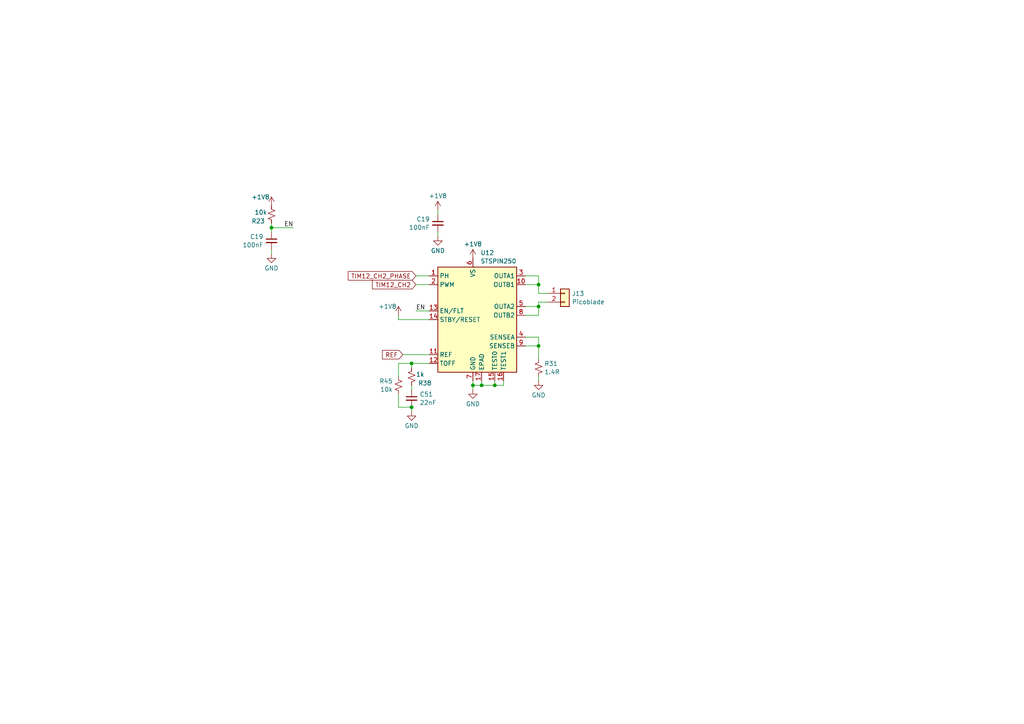
<source format=kicad_sch>
(kicad_sch (version 20230121) (generator eeschema)

  (uuid d3ae3c29-a710-4f7b-94c4-9f99cb159c5b)

  (paper "A4")

  (lib_symbols
    (symbol "Connector_Generic:Conn_01x02" (pin_names (offset 1.016) hide) (in_bom yes) (on_board yes)
      (property "Reference" "J" (at 0 2.54 0)
        (effects (font (size 1.27 1.27)))
      )
      (property "Value" "Conn_01x02" (at 0 -5.08 0)
        (effects (font (size 1.27 1.27)))
      )
      (property "Footprint" "" (at 0 0 0)
        (effects (font (size 1.27 1.27)) hide)
      )
      (property "Datasheet" "~" (at 0 0 0)
        (effects (font (size 1.27 1.27)) hide)
      )
      (property "ki_keywords" "connector" (at 0 0 0)
        (effects (font (size 1.27 1.27)) hide)
      )
      (property "ki_description" "Generic connector, single row, 01x02, script generated (kicad-library-utils/schlib/autogen/connector/)" (at 0 0 0)
        (effects (font (size 1.27 1.27)) hide)
      )
      (property "ki_fp_filters" "Connector*:*_1x??_*" (at 0 0 0)
        (effects (font (size 1.27 1.27)) hide)
      )
      (symbol "Conn_01x02_1_1"
        (rectangle (start -1.27 -2.413) (end 0 -2.667)
          (stroke (width 0.1524) (type default))
          (fill (type none))
        )
        (rectangle (start -1.27 0.127) (end 0 -0.127)
          (stroke (width 0.1524) (type default))
          (fill (type none))
        )
        (rectangle (start -1.27 1.27) (end 1.27 -3.81)
          (stroke (width 0.254) (type default))
          (fill (type background))
        )
        (pin passive line (at -5.08 0 0) (length 3.81)
          (name "Pin_1" (effects (font (size 1.27 1.27))))
          (number "1" (effects (font (size 1.27 1.27))))
        )
        (pin passive line (at -5.08 -2.54 0) (length 3.81)
          (name "Pin_2" (effects (font (size 1.27 1.27))))
          (number "2" (effects (font (size 1.27 1.27))))
        )
      )
    )
    (symbol "Device:C_Small" (pin_numbers hide) (pin_names (offset 0.254) hide) (in_bom yes) (on_board yes)
      (property "Reference" "C" (at 0.254 1.778 0)
        (effects (font (size 1.27 1.27)) (justify left))
      )
      (property "Value" "C_Small" (at 0.254 -2.032 0)
        (effects (font (size 1.27 1.27)) (justify left))
      )
      (property "Footprint" "" (at 0 0 0)
        (effects (font (size 1.27 1.27)) hide)
      )
      (property "Datasheet" "~" (at 0 0 0)
        (effects (font (size 1.27 1.27)) hide)
      )
      (property "ki_keywords" "capacitor cap" (at 0 0 0)
        (effects (font (size 1.27 1.27)) hide)
      )
      (property "ki_description" "Unpolarized capacitor, small symbol" (at 0 0 0)
        (effects (font (size 1.27 1.27)) hide)
      )
      (property "ki_fp_filters" "C_*" (at 0 0 0)
        (effects (font (size 1.27 1.27)) hide)
      )
      (symbol "C_Small_0_1"
        (polyline
          (pts
            (xy -1.524 -0.508)
            (xy 1.524 -0.508)
          )
          (stroke (width 0.3302) (type default))
          (fill (type none))
        )
        (polyline
          (pts
            (xy -1.524 0.508)
            (xy 1.524 0.508)
          )
          (stroke (width 0.3048) (type default))
          (fill (type none))
        )
      )
      (symbol "C_Small_1_1"
        (pin passive line (at 0 2.54 270) (length 2.032)
          (name "~" (effects (font (size 1.27 1.27))))
          (number "1" (effects (font (size 1.27 1.27))))
        )
        (pin passive line (at 0 -2.54 90) (length 2.032)
          (name "~" (effects (font (size 1.27 1.27))))
          (number "2" (effects (font (size 1.27 1.27))))
        )
      )
    )
    (symbol "Device:R_Small_US" (pin_numbers hide) (pin_names (offset 0.254) hide) (in_bom yes) (on_board yes)
      (property "Reference" "R" (at 0.762 0.508 0)
        (effects (font (size 1.27 1.27)) (justify left))
      )
      (property "Value" "R_Small_US" (at 0.762 -1.016 0)
        (effects (font (size 1.27 1.27)) (justify left))
      )
      (property "Footprint" "" (at 0 0 0)
        (effects (font (size 1.27 1.27)) hide)
      )
      (property "Datasheet" "~" (at 0 0 0)
        (effects (font (size 1.27 1.27)) hide)
      )
      (property "ki_keywords" "r resistor" (at 0 0 0)
        (effects (font (size 1.27 1.27)) hide)
      )
      (property "ki_description" "Resistor, small US symbol" (at 0 0 0)
        (effects (font (size 1.27 1.27)) hide)
      )
      (property "ki_fp_filters" "R_*" (at 0 0 0)
        (effects (font (size 1.27 1.27)) hide)
      )
      (symbol "R_Small_US_1_1"
        (polyline
          (pts
            (xy 0 0)
            (xy 1.016 -0.381)
            (xy 0 -0.762)
            (xy -1.016 -1.143)
            (xy 0 -1.524)
          )
          (stroke (width 0) (type default))
          (fill (type none))
        )
        (polyline
          (pts
            (xy 0 1.524)
            (xy 1.016 1.143)
            (xy 0 0.762)
            (xy -1.016 0.381)
            (xy 0 0)
          )
          (stroke (width 0) (type default))
          (fill (type none))
        )
        (pin passive line (at 0 2.54 270) (length 1.016)
          (name "~" (effects (font (size 1.27 1.27))))
          (number "1" (effects (font (size 1.27 1.27))))
        )
        (pin passive line (at 0 -2.54 90) (length 1.016)
          (name "~" (effects (font (size 1.27 1.27))))
          (number "2" (effects (font (size 1.27 1.27))))
        )
      )
    )
    (symbol "components_2:STSPIN250" (in_bom yes) (on_board yes)
      (property "Reference" "U" (at 6.35 21.59 0)
        (effects (font (size 1.27 1.27)))
      )
      (property "Value" "STSPIN250" (at 11.43 19.05 0)
        (effects (font (size 1.27 1.27)))
      )
      (property "Footprint" "" (at 0 24.13 0)
        (effects (font (size 1.27 1.27)) hide)
      )
      (property "Datasheet" "" (at 0 24.13 0)
        (effects (font (size 1.27 1.27)) hide)
      )
      (symbol "STSPIN250_0_1"
        (rectangle (start -10.16 15.24) (end 12.7 -15.24)
          (stroke (width 0.254) (type default))
          (fill (type background))
        )
      )
      (symbol "STSPIN250_1_1"
        (pin input line (at -12.7 12.7 0) (length 2.54)
          (name "PH" (effects (font (size 1.27 1.27))))
          (number "1" (effects (font (size 1.27 1.27))))
        )
        (pin power_out line (at 15.24 10.16 180) (length 2.54)
          (name "OUTB1" (effects (font (size 1.27 1.27))))
          (number "10" (effects (font (size 1.27 1.27))))
        )
        (pin input line (at -12.7 -10.16 0) (length 2.54)
          (name "REF" (effects (font (size 1.27 1.27))))
          (number "11" (effects (font (size 1.27 1.27))))
        )
        (pin input line (at -12.7 -12.7 0) (length 2.54)
          (name "TOFF" (effects (font (size 1.27 1.27))))
          (number "12" (effects (font (size 1.27 1.27))))
        )
        (pin bidirectional line (at -12.7 2.54 0) (length 2.54)
          (name "EN/FLT" (effects (font (size 1.27 1.27))))
          (number "13" (effects (font (size 1.27 1.27))))
        )
        (pin input line (at -12.7 0 0) (length 2.54)
          (name "STBY/RESET" (effects (font (size 1.27 1.27))))
          (number "14" (effects (font (size 1.27 1.27))))
        )
        (pin input line (at 6.35 -17.78 90) (length 2.54)
          (name "TEST0" (effects (font (size 1.27 1.27))))
          (number "15" (effects (font (size 1.27 1.27))))
        )
        (pin input line (at 8.89 -17.78 90) (length 2.54)
          (name "TEST1" (effects (font (size 1.27 1.27))))
          (number "16" (effects (font (size 1.27 1.27))))
        )
        (pin power_in line (at 2.54 -17.78 90) (length 2.54)
          (name "EPAD" (effects (font (size 1.27 1.27))))
          (number "17" (effects (font (size 1.27 1.27))))
        )
        (pin input line (at -12.7 10.16 0) (length 2.54)
          (name "PWM" (effects (font (size 1.27 1.27))))
          (number "2" (effects (font (size 1.27 1.27))))
        )
        (pin power_out line (at 15.24 12.7 180) (length 2.54)
          (name "OUTA1" (effects (font (size 1.27 1.27))))
          (number "3" (effects (font (size 1.27 1.27))))
        )
        (pin power_out line (at 15.24 -5.08 180) (length 2.54)
          (name "SENSEA" (effects (font (size 1.27 1.27))))
          (number "4" (effects (font (size 1.27 1.27))))
        )
        (pin power_out line (at 15.24 3.81 180) (length 2.54)
          (name "OUTA2" (effects (font (size 1.27 1.27))))
          (number "5" (effects (font (size 1.27 1.27))))
        )
        (pin power_in line (at 0 17.78 270) (length 2.54)
          (name "VS" (effects (font (size 1.27 1.27))))
          (number "6" (effects (font (size 1.27 1.27))))
        )
        (pin power_in line (at 0 -17.78 90) (length 2.54)
          (name "GND" (effects (font (size 1.27 1.27))))
          (number "7" (effects (font (size 1.27 1.27))))
        )
        (pin power_out line (at 15.24 1.27 180) (length 2.54)
          (name "OUTB2" (effects (font (size 1.27 1.27))))
          (number "8" (effects (font (size 1.27 1.27))))
        )
        (pin power_out line (at 15.24 -7.62 180) (length 2.54)
          (name "SENSEB" (effects (font (size 1.27 1.27))))
          (number "9" (effects (font (size 1.27 1.27))))
        )
      )
    )
    (symbol "power:+1V8" (power) (pin_names (offset 0)) (in_bom yes) (on_board yes)
      (property "Reference" "#PWR" (at 0 -3.81 0)
        (effects (font (size 1.27 1.27)) hide)
      )
      (property "Value" "+1V8" (at 0 3.556 0)
        (effects (font (size 1.27 1.27)))
      )
      (property "Footprint" "" (at 0 0 0)
        (effects (font (size 1.27 1.27)) hide)
      )
      (property "Datasheet" "" (at 0 0 0)
        (effects (font (size 1.27 1.27)) hide)
      )
      (property "ki_keywords" "global power" (at 0 0 0)
        (effects (font (size 1.27 1.27)) hide)
      )
      (property "ki_description" "Power symbol creates a global label with name \"+1V8\"" (at 0 0 0)
        (effects (font (size 1.27 1.27)) hide)
      )
      (symbol "+1V8_0_1"
        (polyline
          (pts
            (xy -0.762 1.27)
            (xy 0 2.54)
          )
          (stroke (width 0) (type default))
          (fill (type none))
        )
        (polyline
          (pts
            (xy 0 0)
            (xy 0 2.54)
          )
          (stroke (width 0) (type default))
          (fill (type none))
        )
        (polyline
          (pts
            (xy 0 2.54)
            (xy 0.762 1.27)
          )
          (stroke (width 0) (type default))
          (fill (type none))
        )
      )
      (symbol "+1V8_1_1"
        (pin power_in line (at 0 0 90) (length 0) hide
          (name "+1V8" (effects (font (size 1.27 1.27))))
          (number "1" (effects (font (size 1.27 1.27))))
        )
      )
    )
    (symbol "power:GND" (power) (pin_names (offset 0)) (in_bom yes) (on_board yes)
      (property "Reference" "#PWR" (at 0 -6.35 0)
        (effects (font (size 1.27 1.27)) hide)
      )
      (property "Value" "GND" (at 0 -3.81 0)
        (effects (font (size 1.27 1.27)))
      )
      (property "Footprint" "" (at 0 0 0)
        (effects (font (size 1.27 1.27)) hide)
      )
      (property "Datasheet" "" (at 0 0 0)
        (effects (font (size 1.27 1.27)) hide)
      )
      (property "ki_keywords" "global power" (at 0 0 0)
        (effects (font (size 1.27 1.27)) hide)
      )
      (property "ki_description" "Power symbol creates a global label with name \"GND\" , ground" (at 0 0 0)
        (effects (font (size 1.27 1.27)) hide)
      )
      (symbol "GND_0_1"
        (polyline
          (pts
            (xy 0 0)
            (xy 0 -1.27)
            (xy 1.27 -1.27)
            (xy 0 -2.54)
            (xy -1.27 -1.27)
            (xy 0 -1.27)
          )
          (stroke (width 0) (type default))
          (fill (type none))
        )
      )
      (symbol "GND_1_1"
        (pin power_in line (at 0 0 270) (length 0) hide
          (name "GND" (effects (font (size 1.27 1.27))))
          (number "1" (effects (font (size 1.27 1.27))))
        )
      )
    )
  )

  (junction (at 156.21 88.9) (diameter 0) (color 0 0 0 0)
    (uuid 434cb4db-e008-497a-ac75-29356549856d)
  )
  (junction (at 156.21 82.55) (diameter 0) (color 0 0 0 0)
    (uuid 73c65292-b353-4b6d-8478-edeff7afb8c7)
  )
  (junction (at 119.38 118.11) (diameter 0) (color 0 0 0 0)
    (uuid 94b6b8c9-8047-4795-9a9c-fb7cd95c839f)
  )
  (junction (at 156.21 100.33) (diameter 0) (color 0 0 0 0)
    (uuid a7a6fb4e-42d6-42a7-bbf0-d6c88e0348fa)
  )
  (junction (at 143.51 111.76) (diameter 0) (color 0 0 0 0)
    (uuid b3b1cf1f-3840-4d7e-9047-79997c3d87d6)
  )
  (junction (at 137.16 111.76) (diameter 0) (color 0 0 0 0)
    (uuid cbccabf5-514d-4f33-a5e2-8afd2e5196d0)
  )
  (junction (at 78.74 66.04) (diameter 0) (color 0 0 0 0)
    (uuid ddc35bc7-c41b-417a-80ad-165d26747090)
  )
  (junction (at 119.38 105.41) (diameter 0) (color 0 0 0 0)
    (uuid e8e8b19e-38ee-46f6-abe7-2eb9415a0c45)
  )
  (junction (at 139.7 111.76) (diameter 0) (color 0 0 0 0)
    (uuid ef668624-f822-4384-8bde-da48dda47b2b)
  )

  (wire (pts (xy 158.75 87.63) (xy 156.21 87.63))
    (stroke (width 0) (type default))
    (uuid 03cd1acd-860c-41b6-a0cf-6e5051d36e0a)
  )
  (wire (pts (xy 119.38 119.38) (xy 119.38 118.11))
    (stroke (width 0) (type default))
    (uuid 0b449ecc-9c82-4820-8698-d2d4d1a6b484)
  )
  (wire (pts (xy 152.4 91.44) (xy 156.21 91.44))
    (stroke (width 0) (type default))
    (uuid 0eadbab4-a729-4a40-b7f8-df60fec4a64f)
  )
  (wire (pts (xy 115.57 92.71) (xy 124.46 92.71))
    (stroke (width 0) (type default))
    (uuid 0f466d35-9b0b-4ceb-b8cd-ea19adb3e898)
  )
  (wire (pts (xy 143.51 111.76) (xy 143.51 110.49))
    (stroke (width 0) (type default))
    (uuid 19da91f9-6a5f-48be-9fcf-aa2467619f8e)
  )
  (wire (pts (xy 156.21 100.33) (xy 156.21 104.14))
    (stroke (width 0) (type default))
    (uuid 1b9f4e11-f494-4182-b389-bc772a267783)
  )
  (wire (pts (xy 115.57 105.41) (xy 119.38 105.41))
    (stroke (width 0) (type default))
    (uuid 20724527-7776-4670-b0cc-9f7d650e952e)
  )
  (wire (pts (xy 156.21 97.79) (xy 156.21 100.33))
    (stroke (width 0) (type default))
    (uuid 23522f3e-82c7-4660-bf36-698bed9ff747)
  )
  (wire (pts (xy 115.57 105.41) (xy 115.57 109.22))
    (stroke (width 0) (type default))
    (uuid 266f7f8c-85f0-4bfc-ac14-3e43d1278dbb)
  )
  (wire (pts (xy 116.84 102.87) (xy 124.46 102.87))
    (stroke (width 0) (type default))
    (uuid 281cc014-5e66-4632-bf75-9540f4ceba37)
  )
  (wire (pts (xy 139.7 111.76) (xy 143.51 111.76))
    (stroke (width 0) (type default))
    (uuid 2c7a6d3a-27d4-47e9-a4c8-a2f54c3346dd)
  )
  (wire (pts (xy 115.57 91.44) (xy 115.57 92.71))
    (stroke (width 0) (type default))
    (uuid 2e373b68-696b-43be-8c67-9f63ce48e298)
  )
  (wire (pts (xy 119.38 111.76) (xy 119.38 113.03))
    (stroke (width 0) (type default))
    (uuid 2e7aa4f7-2f59-45c0-9c9e-df1fa5d386ac)
  )
  (wire (pts (xy 156.21 88.9) (xy 156.21 91.44))
    (stroke (width 0) (type default))
    (uuid 445ea813-6607-4352-8695-0473fe659a8a)
  )
  (wire (pts (xy 137.16 111.76) (xy 137.16 113.03))
    (stroke (width 0) (type default))
    (uuid 45a19862-9131-4617-be6d-7f257a3c5054)
  )
  (wire (pts (xy 120.65 82.55) (xy 124.46 82.55))
    (stroke (width 0) (type default))
    (uuid 45bace5f-c797-41c8-a4f7-11324c6b4f50)
  )
  (wire (pts (xy 139.7 111.76) (xy 139.7 110.49))
    (stroke (width 0) (type default))
    (uuid 487c0dd1-8201-4f33-b8f2-393144b038f8)
  )
  (wire (pts (xy 146.05 111.76) (xy 146.05 110.49))
    (stroke (width 0) (type default))
    (uuid 4ce01599-ccbc-4594-b42d-d099858787a8)
  )
  (wire (pts (xy 137.16 110.49) (xy 137.16 111.76))
    (stroke (width 0) (type default))
    (uuid 603a7429-cd78-4607-ab5d-caf3dfa7385e)
  )
  (wire (pts (xy 156.21 85.09) (xy 158.75 85.09))
    (stroke (width 0) (type default))
    (uuid 6d3e1bae-fd32-4e05-b28b-78396ec183c2)
  )
  (wire (pts (xy 127 67.31) (xy 127 68.58))
    (stroke (width 0) (type default))
    (uuid 78851fe2-9688-4dbc-9a81-e27ce981c1f3)
  )
  (wire (pts (xy 156.21 82.55) (xy 156.21 85.09))
    (stroke (width 0) (type default))
    (uuid 815d45b0-8540-4fa8-8a69-4ab3476e3638)
  )
  (wire (pts (xy 152.4 82.55) (xy 156.21 82.55))
    (stroke (width 0) (type default))
    (uuid 911ea3c5-c522-48e4-b8b7-ffe02eb55a93)
  )
  (wire (pts (xy 143.51 111.76) (xy 146.05 111.76))
    (stroke (width 0) (type default))
    (uuid 91d6b792-46f7-47f9-91e4-44f1397bc96d)
  )
  (wire (pts (xy 152.4 97.79) (xy 156.21 97.79))
    (stroke (width 0) (type default))
    (uuid a13d80eb-dd9f-4a70-b224-482e1c96e3df)
  )
  (wire (pts (xy 156.21 88.9) (xy 152.4 88.9))
    (stroke (width 0) (type default))
    (uuid a660deba-e634-41a5-9be9-1acdd54ca362)
  )
  (wire (pts (xy 78.74 66.04) (xy 78.74 67.31))
    (stroke (width 0) (type default))
    (uuid b563fadc-39fb-4707-aeb9-58b1d414ac2a)
  )
  (wire (pts (xy 152.4 100.33) (xy 156.21 100.33))
    (stroke (width 0) (type default))
    (uuid b7184f51-76fc-4818-af53-3af825e81bd1)
  )
  (wire (pts (xy 115.57 118.11) (xy 119.38 118.11))
    (stroke (width 0) (type default))
    (uuid c318da2f-fddf-4636-993e-5bc7cca1beac)
  )
  (wire (pts (xy 78.74 66.04) (xy 85.09 66.04))
    (stroke (width 0) (type default))
    (uuid cfaff887-c014-47ae-92ad-dc6a8f8e74da)
  )
  (wire (pts (xy 78.74 64.77) (xy 78.74 66.04))
    (stroke (width 0) (type default))
    (uuid dd142163-7e69-46de-ab19-472baa70ef15)
  )
  (wire (pts (xy 156.21 80.01) (xy 156.21 82.55))
    (stroke (width 0) (type default))
    (uuid df2ba190-63ee-43e9-80ec-603bc7b1877f)
  )
  (wire (pts (xy 137.16 111.76) (xy 139.7 111.76))
    (stroke (width 0) (type default))
    (uuid e3059f48-6eba-4772-a1e5-7160201bb03c)
  )
  (wire (pts (xy 120.65 90.17) (xy 124.46 90.17))
    (stroke (width 0) (type default))
    (uuid e9a31b84-fa76-47dc-b181-4530f0359c14)
  )
  (wire (pts (xy 156.21 109.22) (xy 156.21 110.49))
    (stroke (width 0) (type default))
    (uuid eb020714-22ff-400a-b95c-78631cd48784)
  )
  (wire (pts (xy 119.38 105.41) (xy 119.38 106.68))
    (stroke (width 0) (type default))
    (uuid f1eb8655-58c5-4a22-8f79-c4cc1f1bf9d1)
  )
  (wire (pts (xy 127 60.96) (xy 127 62.23))
    (stroke (width 0) (type default))
    (uuid f720122c-4380-418b-9614-9675d2e484e4)
  )
  (wire (pts (xy 115.57 114.3) (xy 115.57 118.11))
    (stroke (width 0) (type default))
    (uuid f7316a7e-2476-4819-8fb7-96fb7a77e1e5)
  )
  (wire (pts (xy 119.38 105.41) (xy 124.46 105.41))
    (stroke (width 0) (type default))
    (uuid f7a28afd-0294-4a52-a35d-87b0cb052b0f)
  )
  (wire (pts (xy 120.65 80.01) (xy 124.46 80.01))
    (stroke (width 0) (type default))
    (uuid f85c0eb2-0fdf-4f33-a022-6bc77dc39333)
  )
  (wire (pts (xy 156.21 87.63) (xy 156.21 88.9))
    (stroke (width 0) (type default))
    (uuid fd07932c-b6c9-4dc1-bdde-48111e3bddea)
  )
  (wire (pts (xy 152.4 80.01) (xy 156.21 80.01))
    (stroke (width 0) (type default))
    (uuid fd3999ed-52e0-460b-b2ea-b4287d468792)
  )
  (wire (pts (xy 78.74 72.39) (xy 78.74 73.66))
    (stroke (width 0) (type default))
    (uuid fe2d3747-7fc2-4007-92ac-0ebc99862027)
  )

  (label "EN" (at 85.09 66.04 180) (fields_autoplaced)
    (effects (font (size 1.27 1.27)) (justify right bottom))
    (uuid a5de53b9-c0f8-4db0-b5a6-48be0b363115)
  )
  (label "EN" (at 120.65 90.17 0) (fields_autoplaced)
    (effects (font (size 1.27 1.27)) (justify left bottom))
    (uuid cc3ae181-a2dc-4730-89a8-d239b9afe088)
  )

  (global_label "REF" (shape input) (at 116.84 102.87 180) (fields_autoplaced)
    (effects (font (size 1.27 1.27)) (justify right))
    (uuid 21ff5116-67da-4114-a8a2-579f83d9d9be)
    (property "Intersheetrefs" "${INTERSHEET_REFS}" (at 110.3472 102.87 0)
      (effects (font (size 1.27 1.27)) (justify right) hide)
    )
  )
  (global_label "TIM12_CH2" (shape input) (at 120.65 82.55 180) (fields_autoplaced)
    (effects (font (size 1.27 1.27)) (justify right))
    (uuid 7835fce5-0586-4df0-9e08-256e4c190984)
    (property "Intersheetrefs" "${INTERSHEET_REFS}" (at 107.4444 82.55 0)
      (effects (font (size 1.27 1.27)) (justify right) hide)
    )
  )
  (global_label "TIM12_CH2_PHASE" (shape input) (at 120.65 80.01 180) (fields_autoplaced)
    (effects (font (size 1.27 1.27)) (justify right))
    (uuid a4ecdec9-08af-44f1-9a11-5c9bf9cd2488)
    (property "Intersheetrefs" "${INTERSHEET_REFS}" (at 100.4292 80.01 0)
      (effects (font (size 1.27 1.27)) (justify right) hide)
    )
  )

  (symbol (lib_id "components_2:STSPIN250") (at 137.16 92.71 0) (unit 1)
    (in_bom yes) (on_board yes) (dnp no) (fields_autoplaced)
    (uuid 19eeca92-6ca8-4a31-b672-8fde65669788)
    (property "Reference" "U12" (at 139.3541 73.3257 0)
      (effects (font (size 1.27 1.27)) (justify left))
    )
    (property "Value" "STSPIN250" (at 139.3541 75.7499 0)
      (effects (font (size 1.27 1.27)) (justify left))
    )
    (property "Footprint" "Ultra_librarian:VFQFPN16_STSPIN_STM" (at 137.16 68.58 0)
      (effects (font (size 1.27 1.27)) hide)
    )
    (property "Datasheet" "" (at 137.16 68.58 0)
      (effects (font (size 1.27 1.27)) hide)
    )
    (property "LCSC" "C155561" (at 137.16 92.71 0)
      (effects (font (size 1.27 1.27)) hide)
    )
    (pin "1" (uuid e46c6c14-ad89-41e7-8adc-19629b9363a5))
    (pin "10" (uuid 97811da0-6c20-4a56-8acc-ede948d652a4))
    (pin "11" (uuid 6cd8da83-5e41-42b5-9795-1502d753ce59))
    (pin "12" (uuid 5072d2bc-849c-45b0-86a6-f246efd8c396))
    (pin "13" (uuid 4e2c5edb-598c-4673-981e-bcf1a29386c7))
    (pin "14" (uuid ed236e16-818c-40c0-8947-e853eeccb1af))
    (pin "15" (uuid 027bc0af-25d8-4ee4-b50a-e4daa7fb83c4))
    (pin "16" (uuid 1f78152d-2d05-4851-8d13-4c6d33a2c056))
    (pin "17" (uuid 2a41c778-4014-4d8b-a467-265f45364098))
    (pin "2" (uuid d0ed151e-5bd0-4e9e-9f18-83566a9c2c95))
    (pin "3" (uuid e5cded07-f179-4277-acae-df617063fae1))
    (pin "4" (uuid 7dcbdaa4-9ce3-441b-bc2b-1453d2e23489))
    (pin "5" (uuid 73c7dc44-4717-45ba-9c72-8d83ddba3050))
    (pin "6" (uuid b625d927-c8b1-4d35-b443-f77956de00b2))
    (pin "7" (uuid fac90f5f-7773-4d00-a29d-cf122037bab4))
    (pin "8" (uuid a5d3c886-c924-40c6-89f2-10d7a9adb180))
    (pin "9" (uuid 917c6d82-403f-49be-8bb7-e6186ace1d0d))
    (instances
      (project "KASM_PCB_REV1"
        (path "/bcd76057-59fd-41c5-bb52-9bafb2ef74e0/04e958db-aa3d-41e7-905b-1283accbf3a5"
          (reference "U12") (unit 1)
        )
        (path "/bcd76057-59fd-41c5-bb52-9bafb2ef74e0/04e958db-aa3d-41e7-905b-1283accbf3a5/18dc00ae-3159-4780-b672-12977f79e5ac"
          (reference "U5") (unit 1)
        )
        (path "/bcd76057-59fd-41c5-bb52-9bafb2ef74e0/04e958db-aa3d-41e7-905b-1283accbf3a5/0e4a8bf2-0dd0-4daf-93f5-21aaab6e9079"
          (reference "U12") (unit 1)
        )
        (path "/bcd76057-59fd-41c5-bb52-9bafb2ef74e0/04e958db-aa3d-41e7-905b-1283accbf3a5/fa3e3175-0ec2-4c23-918b-18b69f6d22c9"
          (reference "U7") (unit 1)
        )
        (path "/bcd76057-59fd-41c5-bb52-9bafb2ef74e0/04e958db-aa3d-41e7-905b-1283accbf3a5/5eb57887-e81e-4477-9dd7-7aacc0de0d0b"
          (reference "U34") (unit 1)
        )
        (path "/bcd76057-59fd-41c5-bb52-9bafb2ef74e0/04e958db-aa3d-41e7-905b-1283accbf3a5/e0928f68-e618-4bed-a90d-d4217e4537fe"
          (reference "U35") (unit 1)
        )
        (path "/bcd76057-59fd-41c5-bb52-9bafb2ef74e0/04e958db-aa3d-41e7-905b-1283accbf3a5/035548b8-a31f-4ce4-88ad-eb25e49c8086"
          (reference "U36") (unit 1)
        )
        (path "/bcd76057-59fd-41c5-bb52-9bafb2ef74e0/04e958db-aa3d-41e7-905b-1283accbf3a5/ea7abcee-3bcc-4e0d-ba1f-bfc5afeaff56"
          (reference "U37") (unit 1)
        )
        (path "/bcd76057-59fd-41c5-bb52-9bafb2ef74e0/04e958db-aa3d-41e7-905b-1283accbf3a5/d43b2610-0e88-49f5-accf-91021c3a3747"
          (reference "U38") (unit 1)
        )
        (path "/bcd76057-59fd-41c5-bb52-9bafb2ef74e0/04e958db-aa3d-41e7-905b-1283accbf3a5/183aa310-3222-4137-baac-257f5699b820"
          (reference "U39") (unit 1)
        )
        (path "/bcd76057-59fd-41c5-bb52-9bafb2ef74e0/04e958db-aa3d-41e7-905b-1283accbf3a5/517c7ed0-094c-4bf8-893e-b74da427973a"
          (reference "U40") (unit 1)
        )
        (path "/bcd76057-59fd-41c5-bb52-9bafb2ef74e0/04e958db-aa3d-41e7-905b-1283accbf3a5/31bee4a8-b94d-44ab-a7b7-0e5ab7943934"
          (reference "U41") (unit 1)
        )
        (path "/bcd76057-59fd-41c5-bb52-9bafb2ef74e0/04e958db-aa3d-41e7-905b-1283accbf3a5/3c7f0f67-84e4-46e0-ae69-a3c8008fc518"
          (reference "U42") (unit 1)
        )
        (path "/bcd76057-59fd-41c5-bb52-9bafb2ef74e0/04e958db-aa3d-41e7-905b-1283accbf3a5/09624144-9abc-4214-b8b3-19be92fa01bb"
          (reference "U43") (unit 1)
        )
        (path "/bcd76057-59fd-41c5-bb52-9bafb2ef74e0/04e958db-aa3d-41e7-905b-1283accbf3a5/debcf873-ffd9-4218-a838-354e10f40114"
          (reference "U44") (unit 1)
        )
        (path "/bcd76057-59fd-41c5-bb52-9bafb2ef74e0/04e958db-aa3d-41e7-905b-1283accbf3a5/f3d20732-cdac-44e3-a331-3cd31b97ff57"
          (reference "U45") (unit 1)
        )
        (path "/bcd76057-59fd-41c5-bb52-9bafb2ef74e0/04e958db-aa3d-41e7-905b-1283accbf3a5/d282b751-7721-4014-b2b7-469980c2fd3d"
          (reference "U46") (unit 1)
        )
        (path "/bcd76057-59fd-41c5-bb52-9bafb2ef74e0/04e958db-aa3d-41e7-905b-1283accbf3a5/880b3b36-85e8-4c3c-aa09-491ac2842d9f"
          (reference "U48") (unit 1)
        )
        (path "/bcd76057-59fd-41c5-bb52-9bafb2ef74e0/04e958db-aa3d-41e7-905b-1283accbf3a5/a00a6dc6-5da7-4e1f-b4ec-6af8efc204f4"
          (reference "U49") (unit 1)
        )
        (path "/bcd76057-59fd-41c5-bb52-9bafb2ef74e0/04e958db-aa3d-41e7-905b-1283accbf3a5/fb97f32a-344e-42d0-80a3-2f30f649c95b"
          (reference "U50") (unit 1)
        )
        (path "/bcd76057-59fd-41c5-bb52-9bafb2ef74e0/04e958db-aa3d-41e7-905b-1283accbf3a5/758d2951-640e-4c88-be12-1a100eb086a5"
          (reference "U51") (unit 1)
        )
        (path "/bcd76057-59fd-41c5-bb52-9bafb2ef74e0/04e958db-aa3d-41e7-905b-1283accbf3a5/1e6d7f69-4122-453e-9254-d2339f5150d7"
          (reference "U52") (unit 1)
        )
        (path "/bcd76057-59fd-41c5-bb52-9bafb2ef74e0/04e958db-aa3d-41e7-905b-1283accbf3a5/cc8e9e82-b38f-4c96-81d0-3ca8ac77f771"
          (reference "U53") (unit 1)
        )
        (path "/bcd76057-59fd-41c5-bb52-9bafb2ef74e0/04e958db-aa3d-41e7-905b-1283accbf3a5/b1894ed9-6a63-4439-a2e8-1827c3e49ee7"
          (reference "U54") (unit 1)
        )
        (path "/bcd76057-59fd-41c5-bb52-9bafb2ef74e0/04e958db-aa3d-41e7-905b-1283accbf3a5/a49d49c7-da1f-4137-a620-bdc9f58595d1"
          (reference "U55") (unit 1)
        )
        (path "/bcd76057-59fd-41c5-bb52-9bafb2ef74e0/04e958db-aa3d-41e7-905b-1283accbf3a5/80cd4e08-0efe-488f-8e92-54beb1b4d1f2"
          (reference "U56") (unit 1)
        )
        (path "/bcd76057-59fd-41c5-bb52-9bafb2ef74e0/04e958db-aa3d-41e7-905b-1283accbf3a5/317da025-5f62-4c93-8d06-7954e608af1c"
          (reference "U57") (unit 1)
        )
        (path "/bcd76057-59fd-41c5-bb52-9bafb2ef74e0/04e958db-aa3d-41e7-905b-1283accbf3a5/2f342150-1aa1-4808-811e-c8652a7360ed"
          (reference "U47") (unit 1)
        )
      )
    )
  )

  (symbol (lib_id "power:GND") (at 119.38 119.38 0) (unit 1)
    (in_bom yes) (on_board yes) (dnp no)
    (uuid 1b560aea-f1d1-4242-9055-9226e0b1f112)
    (property "Reference" "#PWR0113" (at 119.38 125.73 0)
      (effects (font (size 1.27 1.27)) hide)
    )
    (property "Value" "GND" (at 119.38 123.5131 0)
      (effects (font (size 1.27 1.27)))
    )
    (property "Footprint" "" (at 119.38 119.38 0)
      (effects (font (size 1.27 1.27)) hide)
    )
    (property "Datasheet" "" (at 119.38 119.38 0)
      (effects (font (size 1.27 1.27)) hide)
    )
    (pin "1" (uuid 4637a27a-c5c6-4311-b6dc-3fecae4bd51a))
    (instances
      (project "KASM_PCB_REV1"
        (path "/bcd76057-59fd-41c5-bb52-9bafb2ef74e0/04e958db-aa3d-41e7-905b-1283accbf3a5"
          (reference "#PWR0113") (unit 1)
        )
        (path "/bcd76057-59fd-41c5-bb52-9bafb2ef74e0/04e958db-aa3d-41e7-905b-1283accbf3a5/18dc00ae-3159-4780-b672-12977f79e5ac"
          (reference "#PWR0106") (unit 1)
        )
        (path "/bcd76057-59fd-41c5-bb52-9bafb2ef74e0/04e958db-aa3d-41e7-905b-1283accbf3a5/0e4a8bf2-0dd0-4daf-93f5-21aaab6e9079"
          (reference "#PWR0262") (unit 1)
        )
        (path "/bcd76057-59fd-41c5-bb52-9bafb2ef74e0/04e958db-aa3d-41e7-905b-1283accbf3a5/fa3e3175-0ec2-4c23-918b-18b69f6d22c9"
          (reference "#PWR0108") (unit 1)
        )
        (path "/bcd76057-59fd-41c5-bb52-9bafb2ef74e0/04e958db-aa3d-41e7-905b-1283accbf3a5/5eb57887-e81e-4477-9dd7-7aacc0de0d0b"
          (reference "#PWR0269") (unit 1)
        )
        (path "/bcd76057-59fd-41c5-bb52-9bafb2ef74e0/04e958db-aa3d-41e7-905b-1283accbf3a5/e0928f68-e618-4bed-a90d-d4217e4537fe"
          (reference "#PWR0276") (unit 1)
        )
        (path "/bcd76057-59fd-41c5-bb52-9bafb2ef74e0/04e958db-aa3d-41e7-905b-1283accbf3a5/035548b8-a31f-4ce4-88ad-eb25e49c8086"
          (reference "#PWR0283") (unit 1)
        )
        (path "/bcd76057-59fd-41c5-bb52-9bafb2ef74e0/04e958db-aa3d-41e7-905b-1283accbf3a5/ea7abcee-3bcc-4e0d-ba1f-bfc5afeaff56"
          (reference "#PWR0290") (unit 1)
        )
        (path "/bcd76057-59fd-41c5-bb52-9bafb2ef74e0/04e958db-aa3d-41e7-905b-1283accbf3a5/d43b2610-0e88-49f5-accf-91021c3a3747"
          (reference "#PWR0297") (unit 1)
        )
        (path "/bcd76057-59fd-41c5-bb52-9bafb2ef74e0/04e958db-aa3d-41e7-905b-1283accbf3a5/183aa310-3222-4137-baac-257f5699b820"
          (reference "#PWR0304") (unit 1)
        )
        (path "/bcd76057-59fd-41c5-bb52-9bafb2ef74e0/04e958db-aa3d-41e7-905b-1283accbf3a5/517c7ed0-094c-4bf8-893e-b74da427973a"
          (reference "#PWR0311") (unit 1)
        )
        (path "/bcd76057-59fd-41c5-bb52-9bafb2ef74e0/04e958db-aa3d-41e7-905b-1283accbf3a5/31bee4a8-b94d-44ab-a7b7-0e5ab7943934"
          (reference "#PWR0318") (unit 1)
        )
        (path "/bcd76057-59fd-41c5-bb52-9bafb2ef74e0/04e958db-aa3d-41e7-905b-1283accbf3a5/3c7f0f67-84e4-46e0-ae69-a3c8008fc518"
          (reference "#PWR0325") (unit 1)
        )
        (path "/bcd76057-59fd-41c5-bb52-9bafb2ef74e0/04e958db-aa3d-41e7-905b-1283accbf3a5/09624144-9abc-4214-b8b3-19be92fa01bb"
          (reference "#PWR0332") (unit 1)
        )
        (path "/bcd76057-59fd-41c5-bb52-9bafb2ef74e0/04e958db-aa3d-41e7-905b-1283accbf3a5/debcf873-ffd9-4218-a838-354e10f40114"
          (reference "#PWR0339") (unit 1)
        )
        (path "/bcd76057-59fd-41c5-bb52-9bafb2ef74e0/04e958db-aa3d-41e7-905b-1283accbf3a5/f3d20732-cdac-44e3-a331-3cd31b97ff57"
          (reference "#PWR0346") (unit 1)
        )
        (path "/bcd76057-59fd-41c5-bb52-9bafb2ef74e0/04e958db-aa3d-41e7-905b-1283accbf3a5/d282b751-7721-4014-b2b7-469980c2fd3d"
          (reference "#PWR0353") (unit 1)
        )
        (path "/bcd76057-59fd-41c5-bb52-9bafb2ef74e0/04e958db-aa3d-41e7-905b-1283accbf3a5/880b3b36-85e8-4c3c-aa09-491ac2842d9f"
          (reference "#PWR0367") (unit 1)
        )
        (path "/bcd76057-59fd-41c5-bb52-9bafb2ef74e0/04e958db-aa3d-41e7-905b-1283accbf3a5/a00a6dc6-5da7-4e1f-b4ec-6af8efc204f4"
          (reference "#PWR0374") (unit 1)
        )
        (path "/bcd76057-59fd-41c5-bb52-9bafb2ef74e0/04e958db-aa3d-41e7-905b-1283accbf3a5/fb97f32a-344e-42d0-80a3-2f30f649c95b"
          (reference "#PWR0381") (unit 1)
        )
        (path "/bcd76057-59fd-41c5-bb52-9bafb2ef74e0/04e958db-aa3d-41e7-905b-1283accbf3a5/758d2951-640e-4c88-be12-1a100eb086a5"
          (reference "#PWR0388") (unit 1)
        )
        (path "/bcd76057-59fd-41c5-bb52-9bafb2ef74e0/04e958db-aa3d-41e7-905b-1283accbf3a5/1e6d7f69-4122-453e-9254-d2339f5150d7"
          (reference "#PWR0395") (unit 1)
        )
        (path "/bcd76057-59fd-41c5-bb52-9bafb2ef74e0/04e958db-aa3d-41e7-905b-1283accbf3a5/cc8e9e82-b38f-4c96-81d0-3ca8ac77f771"
          (reference "#PWR0402") (unit 1)
        )
        (path "/bcd76057-59fd-41c5-bb52-9bafb2ef74e0/04e958db-aa3d-41e7-905b-1283accbf3a5/b1894ed9-6a63-4439-a2e8-1827c3e49ee7"
          (reference "#PWR0409") (unit 1)
        )
        (path "/bcd76057-59fd-41c5-bb52-9bafb2ef74e0/04e958db-aa3d-41e7-905b-1283accbf3a5/a49d49c7-da1f-4137-a620-bdc9f58595d1"
          (reference "#PWR0416") (unit 1)
        )
        (path "/bcd76057-59fd-41c5-bb52-9bafb2ef74e0/04e958db-aa3d-41e7-905b-1283accbf3a5/80cd4e08-0efe-488f-8e92-54beb1b4d1f2"
          (reference "#PWR0423") (unit 1)
        )
        (path "/bcd76057-59fd-41c5-bb52-9bafb2ef74e0/04e958db-aa3d-41e7-905b-1283accbf3a5/317da025-5f62-4c93-8d06-7954e608af1c"
          (reference "#PWR0430") (unit 1)
        )
        (path "/bcd76057-59fd-41c5-bb52-9bafb2ef74e0/04e958db-aa3d-41e7-905b-1283accbf3a5/2f342150-1aa1-4808-811e-c8652a7360ed"
          (reference "#PWR0360") (unit 1)
        )
      )
    )
  )

  (symbol (lib_id "Device:R_Small_US") (at 115.57 111.76 0) (unit 1)
    (in_bom yes) (on_board yes) (dnp no)
    (uuid 1c0f638b-f20f-4b2e-b1b4-83a656ba64a2)
    (property "Reference" "R45" (at 113.919 110.5479 0)
      (effects (font (size 1.27 1.27)) (justify right))
    )
    (property "Value" "10k" (at 113.919 112.9721 0)
      (effects (font (size 1.27 1.27)) (justify right))
    )
    (property "Footprint" "Resistor_SMD:R_0402_1005Metric" (at 115.57 111.76 0)
      (effects (font (size 1.27 1.27)) hide)
    )
    (property "Datasheet" "~" (at 115.57 111.76 0)
      (effects (font (size 1.27 1.27)) hide)
    )
    (property "LCSC" "C25744" (at 115.57 111.76 0)
      (effects (font (size 1.27 1.27)) hide)
    )
    (pin "1" (uuid 32b177db-daf9-4a6b-9c8f-4c4a6aa2c23e))
    (pin "2" (uuid 07fe93d4-1469-4ba6-a4b1-0eeff5425a0e))
    (instances
      (project "KASM_PCB_REV1"
        (path "/bcd76057-59fd-41c5-bb52-9bafb2ef74e0/04e958db-aa3d-41e7-905b-1283accbf3a5"
          (reference "R45") (unit 1)
        )
        (path "/bcd76057-59fd-41c5-bb52-9bafb2ef74e0/04e958db-aa3d-41e7-905b-1283accbf3a5/18dc00ae-3159-4780-b672-12977f79e5ac"
          (reference "R45") (unit 1)
        )
        (path "/bcd76057-59fd-41c5-bb52-9bafb2ef74e0/04e958db-aa3d-41e7-905b-1283accbf3a5/0e4a8bf2-0dd0-4daf-93f5-21aaab6e9079"
          (reference "R110") (unit 1)
        )
        (path "/bcd76057-59fd-41c5-bb52-9bafb2ef74e0/04e958db-aa3d-41e7-905b-1283accbf3a5/fa3e3175-0ec2-4c23-918b-18b69f6d22c9"
          (reference "R40") (unit 1)
        )
        (path "/bcd76057-59fd-41c5-bb52-9bafb2ef74e0/04e958db-aa3d-41e7-905b-1283accbf3a5/5eb57887-e81e-4477-9dd7-7aacc0de0d0b"
          (reference "R113") (unit 1)
        )
        (path "/bcd76057-59fd-41c5-bb52-9bafb2ef74e0/04e958db-aa3d-41e7-905b-1283accbf3a5/e0928f68-e618-4bed-a90d-d4217e4537fe"
          (reference "R116") (unit 1)
        )
        (path "/bcd76057-59fd-41c5-bb52-9bafb2ef74e0/04e958db-aa3d-41e7-905b-1283accbf3a5/035548b8-a31f-4ce4-88ad-eb25e49c8086"
          (reference "R119") (unit 1)
        )
        (path "/bcd76057-59fd-41c5-bb52-9bafb2ef74e0/04e958db-aa3d-41e7-905b-1283accbf3a5/ea7abcee-3bcc-4e0d-ba1f-bfc5afeaff56"
          (reference "R122") (unit 1)
        )
        (path "/bcd76057-59fd-41c5-bb52-9bafb2ef74e0/04e958db-aa3d-41e7-905b-1283accbf3a5/d43b2610-0e88-49f5-accf-91021c3a3747"
          (reference "R125") (unit 1)
        )
        (path "/bcd76057-59fd-41c5-bb52-9bafb2ef74e0/04e958db-aa3d-41e7-905b-1283accbf3a5/183aa310-3222-4137-baac-257f5699b820"
          (reference "R128") (unit 1)
        )
        (path "/bcd76057-59fd-41c5-bb52-9bafb2ef74e0/04e958db-aa3d-41e7-905b-1283accbf3a5/517c7ed0-094c-4bf8-893e-b74da427973a"
          (reference "R131") (unit 1)
        )
        (path "/bcd76057-59fd-41c5-bb52-9bafb2ef74e0/04e958db-aa3d-41e7-905b-1283accbf3a5/31bee4a8-b94d-44ab-a7b7-0e5ab7943934"
          (reference "R134") (unit 1)
        )
        (path "/bcd76057-59fd-41c5-bb52-9bafb2ef74e0/04e958db-aa3d-41e7-905b-1283accbf3a5/3c7f0f67-84e4-46e0-ae69-a3c8008fc518"
          (reference "R137") (unit 1)
        )
        (path "/bcd76057-59fd-41c5-bb52-9bafb2ef74e0/04e958db-aa3d-41e7-905b-1283accbf3a5/09624144-9abc-4214-b8b3-19be92fa01bb"
          (reference "R140") (unit 1)
        )
        (path "/bcd76057-59fd-41c5-bb52-9bafb2ef74e0/04e958db-aa3d-41e7-905b-1283accbf3a5/debcf873-ffd9-4218-a838-354e10f40114"
          (reference "R143") (unit 1)
        )
        (path "/bcd76057-59fd-41c5-bb52-9bafb2ef74e0/04e958db-aa3d-41e7-905b-1283accbf3a5/f3d20732-cdac-44e3-a331-3cd31b97ff57"
          (reference "R146") (unit 1)
        )
        (path "/bcd76057-59fd-41c5-bb52-9bafb2ef74e0/04e958db-aa3d-41e7-905b-1283accbf3a5/d282b751-7721-4014-b2b7-469980c2fd3d"
          (reference "R149") (unit 1)
        )
        (path "/bcd76057-59fd-41c5-bb52-9bafb2ef74e0/04e958db-aa3d-41e7-905b-1283accbf3a5/880b3b36-85e8-4c3c-aa09-491ac2842d9f"
          (reference "R155") (unit 1)
        )
        (path "/bcd76057-59fd-41c5-bb52-9bafb2ef74e0/04e958db-aa3d-41e7-905b-1283accbf3a5/a00a6dc6-5da7-4e1f-b4ec-6af8efc204f4"
          (reference "R158") (unit 1)
        )
        (path "/bcd76057-59fd-41c5-bb52-9bafb2ef74e0/04e958db-aa3d-41e7-905b-1283accbf3a5/fb97f32a-344e-42d0-80a3-2f30f649c95b"
          (reference "R161") (unit 1)
        )
        (path "/bcd76057-59fd-41c5-bb52-9bafb2ef74e0/04e958db-aa3d-41e7-905b-1283accbf3a5/758d2951-640e-4c88-be12-1a100eb086a5"
          (reference "R164") (unit 1)
        )
        (path "/bcd76057-59fd-41c5-bb52-9bafb2ef74e0/04e958db-aa3d-41e7-905b-1283accbf3a5/1e6d7f69-4122-453e-9254-d2339f5150d7"
          (reference "R167") (unit 1)
        )
        (path "/bcd76057-59fd-41c5-bb52-9bafb2ef74e0/04e958db-aa3d-41e7-905b-1283accbf3a5/cc8e9e82-b38f-4c96-81d0-3ca8ac77f771"
          (reference "R170") (unit 1)
        )
        (path "/bcd76057-59fd-41c5-bb52-9bafb2ef74e0/04e958db-aa3d-41e7-905b-1283accbf3a5/b1894ed9-6a63-4439-a2e8-1827c3e49ee7"
          (reference "R173") (unit 1)
        )
        (path "/bcd76057-59fd-41c5-bb52-9bafb2ef74e0/04e958db-aa3d-41e7-905b-1283accbf3a5/a49d49c7-da1f-4137-a620-bdc9f58595d1"
          (reference "R176") (unit 1)
        )
        (path "/bcd76057-59fd-41c5-bb52-9bafb2ef74e0/04e958db-aa3d-41e7-905b-1283accbf3a5/80cd4e08-0efe-488f-8e92-54beb1b4d1f2"
          (reference "R179") (unit 1)
        )
        (path "/bcd76057-59fd-41c5-bb52-9bafb2ef74e0/04e958db-aa3d-41e7-905b-1283accbf3a5/317da025-5f62-4c93-8d06-7954e608af1c"
          (reference "R182") (unit 1)
        )
        (path "/bcd76057-59fd-41c5-bb52-9bafb2ef74e0/04e958db-aa3d-41e7-905b-1283accbf3a5/2f342150-1aa1-4808-811e-c8652a7360ed"
          (reference "R152") (unit 1)
        )
      )
    )
  )

  (symbol (lib_id "Device:R_Small_US") (at 78.74 62.23 0) (unit 1)
    (in_bom yes) (on_board yes) (dnp no)
    (uuid 26824774-af3d-4e36-a428-a18787b2d3e1)
    (property "Reference" "R23" (at 76.835 64.135 0)
      (effects (font (size 1.27 1.27)) (justify right))
    )
    (property "Value" "10k" (at 77.47 61.595 0)
      (effects (font (size 1.27 1.27)) (justify right))
    )
    (property "Footprint" "Resistor_SMD:R_0402_1005Metric" (at 78.74 62.23 0)
      (effects (font (size 1.27 1.27)) hide)
    )
    (property "Datasheet" "~" (at 78.74 62.23 0)
      (effects (font (size 1.27 1.27)) hide)
    )
    (property "LCSC" "C25744" (at 78.74 62.23 0)
      (effects (font (size 1.27 1.27)) hide)
    )
    (pin "1" (uuid c04e0bbf-f84c-4b4e-b5d6-4d58513f75fe))
    (pin "2" (uuid 3fefca94-d627-4a9c-9f3c-dbab3ff8031a))
    (instances
      (project "KASM_PCB_REV1"
        (path "/bcd76057-59fd-41c5-bb52-9bafb2ef74e0/04e958db-aa3d-41e7-905b-1283accbf3a5"
          (reference "R23") (unit 1)
        )
        (path "/bcd76057-59fd-41c5-bb52-9bafb2ef74e0/04e958db-aa3d-41e7-905b-1283accbf3a5/317da025-5f62-4c93-8d06-7954e608af1c"
          (reference "R23") (unit 1)
        )
        (path "/bcd76057-59fd-41c5-bb52-9bafb2ef74e0/04e958db-aa3d-41e7-905b-1283accbf3a5/2f342150-1aa1-4808-811e-c8652a7360ed"
          (reference "R39") (unit 1)
        )
      )
    )
  )

  (symbol (lib_id "Device:C_Small") (at 119.38 115.57 0) (unit 1)
    (in_bom yes) (on_board yes) (dnp no)
    (uuid 2782306e-b156-4b63-ae9d-a4809019075d)
    (property "Reference" "C51" (at 121.7041 114.3642 0)
      (effects (font (size 1.27 1.27)) (justify left))
    )
    (property "Value" "22nF" (at 121.7041 116.7884 0)
      (effects (font (size 1.27 1.27)) (justify left))
    )
    (property "Footprint" "Capacitor_SMD:C_0402_1005Metric" (at 119.38 115.57 0)
      (effects (font (size 1.27 1.27)) hide)
    )
    (property "Datasheet" "~" (at 119.38 115.57 0)
      (effects (font (size 1.27 1.27)) hide)
    )
    (property "LCSC" "C1532" (at 119.38 115.57 0)
      (effects (font (size 1.27 1.27)) hide)
    )
    (pin "1" (uuid 45cc038a-6790-4cfb-91c4-5c23167940f5))
    (pin "2" (uuid d4512f2d-7735-4fc1-a4ef-1aaab42564c2))
    (instances
      (project "KASM_PCB_REV1"
        (path "/bcd76057-59fd-41c5-bb52-9bafb2ef74e0/04e958db-aa3d-41e7-905b-1283accbf3a5"
          (reference "C51") (unit 1)
        )
        (path "/bcd76057-59fd-41c5-bb52-9bafb2ef74e0/04e958db-aa3d-41e7-905b-1283accbf3a5/18dc00ae-3159-4780-b672-12977f79e5ac"
          (reference "C51") (unit 1)
        )
        (path "/bcd76057-59fd-41c5-bb52-9bafb2ef74e0/04e958db-aa3d-41e7-905b-1283accbf3a5/0e4a8bf2-0dd0-4daf-93f5-21aaab6e9079"
          (reference "C95") (unit 1)
        )
        (path "/bcd76057-59fd-41c5-bb52-9bafb2ef74e0/04e958db-aa3d-41e7-905b-1283accbf3a5/fa3e3175-0ec2-4c23-918b-18b69f6d22c9"
          (reference "C46") (unit 1)
        )
        (path "/bcd76057-59fd-41c5-bb52-9bafb2ef74e0/04e958db-aa3d-41e7-905b-1283accbf3a5/5eb57887-e81e-4477-9dd7-7aacc0de0d0b"
          (reference "C97") (unit 1)
        )
        (path "/bcd76057-59fd-41c5-bb52-9bafb2ef74e0/04e958db-aa3d-41e7-905b-1283accbf3a5/e0928f68-e618-4bed-a90d-d4217e4537fe"
          (reference "C99") (unit 1)
        )
        (path "/bcd76057-59fd-41c5-bb52-9bafb2ef74e0/04e958db-aa3d-41e7-905b-1283accbf3a5/035548b8-a31f-4ce4-88ad-eb25e49c8086"
          (reference "C101") (unit 1)
        )
        (path "/bcd76057-59fd-41c5-bb52-9bafb2ef74e0/04e958db-aa3d-41e7-905b-1283accbf3a5/ea7abcee-3bcc-4e0d-ba1f-bfc5afeaff56"
          (reference "C103") (unit 1)
        )
        (path "/bcd76057-59fd-41c5-bb52-9bafb2ef74e0/04e958db-aa3d-41e7-905b-1283accbf3a5/d43b2610-0e88-49f5-accf-91021c3a3747"
          (reference "C105") (unit 1)
        )
        (path "/bcd76057-59fd-41c5-bb52-9bafb2ef74e0/04e958db-aa3d-41e7-905b-1283accbf3a5/183aa310-3222-4137-baac-257f5699b820"
          (reference "C107") (unit 1)
        )
        (path "/bcd76057-59fd-41c5-bb52-9bafb2ef74e0/04e958db-aa3d-41e7-905b-1283accbf3a5/517c7ed0-094c-4bf8-893e-b74da427973a"
          (reference "C109") (unit 1)
        )
        (path "/bcd76057-59fd-41c5-bb52-9bafb2ef74e0/04e958db-aa3d-41e7-905b-1283accbf3a5/31bee4a8-b94d-44ab-a7b7-0e5ab7943934"
          (reference "C111") (unit 1)
        )
        (path "/bcd76057-59fd-41c5-bb52-9bafb2ef74e0/04e958db-aa3d-41e7-905b-1283accbf3a5/3c7f0f67-84e4-46e0-ae69-a3c8008fc518"
          (reference "C113") (unit 1)
        )
        (path "/bcd76057-59fd-41c5-bb52-9bafb2ef74e0/04e958db-aa3d-41e7-905b-1283accbf3a5/09624144-9abc-4214-b8b3-19be92fa01bb"
          (reference "C115") (unit 1)
        )
        (path "/bcd76057-59fd-41c5-bb52-9bafb2ef74e0/04e958db-aa3d-41e7-905b-1283accbf3a5/debcf873-ffd9-4218-a838-354e10f40114"
          (reference "C117") (unit 1)
        )
        (path "/bcd76057-59fd-41c5-bb52-9bafb2ef74e0/04e958db-aa3d-41e7-905b-1283accbf3a5/f3d20732-cdac-44e3-a331-3cd31b97ff57"
          (reference "C119") (unit 1)
        )
        (path "/bcd76057-59fd-41c5-bb52-9bafb2ef74e0/04e958db-aa3d-41e7-905b-1283accbf3a5/d282b751-7721-4014-b2b7-469980c2fd3d"
          (reference "C121") (unit 1)
        )
        (path "/bcd76057-59fd-41c5-bb52-9bafb2ef74e0/04e958db-aa3d-41e7-905b-1283accbf3a5/880b3b36-85e8-4c3c-aa09-491ac2842d9f"
          (reference "C125") (unit 1)
        )
        (path "/bcd76057-59fd-41c5-bb52-9bafb2ef74e0/04e958db-aa3d-41e7-905b-1283accbf3a5/a00a6dc6-5da7-4e1f-b4ec-6af8efc204f4"
          (reference "C127") (unit 1)
        )
        (path "/bcd76057-59fd-41c5-bb52-9bafb2ef74e0/04e958db-aa3d-41e7-905b-1283accbf3a5/fb97f32a-344e-42d0-80a3-2f30f649c95b"
          (reference "C129") (unit 1)
        )
        (path "/bcd76057-59fd-41c5-bb52-9bafb2ef74e0/04e958db-aa3d-41e7-905b-1283accbf3a5/758d2951-640e-4c88-be12-1a100eb086a5"
          (reference "C131") (unit 1)
        )
        (path "/bcd76057-59fd-41c5-bb52-9bafb2ef74e0/04e958db-aa3d-41e7-905b-1283accbf3a5/1e6d7f69-4122-453e-9254-d2339f5150d7"
          (reference "C133") (unit 1)
        )
        (path "/bcd76057-59fd-41c5-bb52-9bafb2ef74e0/04e958db-aa3d-41e7-905b-1283accbf3a5/cc8e9e82-b38f-4c96-81d0-3ca8ac77f771"
          (reference "C135") (unit 1)
        )
        (path "/bcd76057-59fd-41c5-bb52-9bafb2ef74e0/04e958db-aa3d-41e7-905b-1283accbf3a5/b1894ed9-6a63-4439-a2e8-1827c3e49ee7"
          (reference "C137") (unit 1)
        )
        (path "/bcd76057-59fd-41c5-bb52-9bafb2ef74e0/04e958db-aa3d-41e7-905b-1283accbf3a5/a49d49c7-da1f-4137-a620-bdc9f58595d1"
          (reference "C139") (unit 1)
        )
        (path "/bcd76057-59fd-41c5-bb52-9bafb2ef74e0/04e958db-aa3d-41e7-905b-1283accbf3a5/80cd4e08-0efe-488f-8e92-54beb1b4d1f2"
          (reference "C141") (unit 1)
        )
        (path "/bcd76057-59fd-41c5-bb52-9bafb2ef74e0/04e958db-aa3d-41e7-905b-1283accbf3a5/317da025-5f62-4c93-8d06-7954e608af1c"
          (reference "C143") (unit 1)
        )
        (path "/bcd76057-59fd-41c5-bb52-9bafb2ef74e0/04e958db-aa3d-41e7-905b-1283accbf3a5/2f342150-1aa1-4808-811e-c8652a7360ed"
          (reference "C123") (unit 1)
        )
      )
    )
  )

  (symbol (lib_id "Device:C_Small") (at 127 64.77 0) (mirror y) (unit 1)
    (in_bom yes) (on_board yes) (dnp no)
    (uuid 30662a80-f7ba-4153-8c23-39ace1e524b8)
    (property "Reference" "C19" (at 124.6759 63.5642 0)
      (effects (font (size 1.27 1.27)) (justify left))
    )
    (property "Value" "100nF" (at 124.6759 65.9884 0)
      (effects (font (size 1.27 1.27)) (justify left))
    )
    (property "Footprint" "Capacitor_SMD:C_0402_1005Metric" (at 127 64.77 0)
      (effects (font (size 1.27 1.27)) hide)
    )
    (property "Datasheet" "~" (at 127 64.77 0)
      (effects (font (size 1.27 1.27)) hide)
    )
    (property "LCSC" "C1525" (at 127 64.77 0)
      (effects (font (size 1.27 1.27)) hide)
    )
    (pin "1" (uuid 895c655b-c28c-4357-b4cb-52024c7cdb04))
    (pin "2" (uuid 517a1446-2faa-475e-a498-cdaac64064c7))
    (instances
      (project "KASM_PCB_REV1"
        (path "/bcd76057-59fd-41c5-bb52-9bafb2ef74e0/9f28d78d-ca42-4041-9be6-b996c46b4a0a"
          (reference "C19") (unit 1)
        )
        (path "/bcd76057-59fd-41c5-bb52-9bafb2ef74e0/da6e1dd6-6549-4588-8765-3ff657cbe17b"
          (reference "C1") (unit 1)
        )
        (path "/bcd76057-59fd-41c5-bb52-9bafb2ef74e0/04e958db-aa3d-41e7-905b-1283accbf3a5"
          (reference "C40") (unit 1)
        )
        (path "/bcd76057-59fd-41c5-bb52-9bafb2ef74e0/04e958db-aa3d-41e7-905b-1283accbf3a5/18dc00ae-3159-4780-b672-12977f79e5ac"
          (reference "C40") (unit 1)
        )
        (path "/bcd76057-59fd-41c5-bb52-9bafb2ef74e0/04e958db-aa3d-41e7-905b-1283accbf3a5/0e4a8bf2-0dd0-4daf-93f5-21aaab6e9079"
          (reference "C94") (unit 1)
        )
        (path "/bcd76057-59fd-41c5-bb52-9bafb2ef74e0/04e958db-aa3d-41e7-905b-1283accbf3a5/fa3e3175-0ec2-4c23-918b-18b69f6d22c9"
          (reference "C42") (unit 1)
        )
        (path "/bcd76057-59fd-41c5-bb52-9bafb2ef74e0/04e958db-aa3d-41e7-905b-1283accbf3a5/5eb57887-e81e-4477-9dd7-7aacc0de0d0b"
          (reference "C96") (unit 1)
        )
        (path "/bcd76057-59fd-41c5-bb52-9bafb2ef74e0/04e958db-aa3d-41e7-905b-1283accbf3a5/e0928f68-e618-4bed-a90d-d4217e4537fe"
          (reference "C98") (unit 1)
        )
        (path "/bcd76057-59fd-41c5-bb52-9bafb2ef74e0/04e958db-aa3d-41e7-905b-1283accbf3a5/035548b8-a31f-4ce4-88ad-eb25e49c8086"
          (reference "C100") (unit 1)
        )
        (path "/bcd76057-59fd-41c5-bb52-9bafb2ef74e0/04e958db-aa3d-41e7-905b-1283accbf3a5/ea7abcee-3bcc-4e0d-ba1f-bfc5afeaff56"
          (reference "C102") (unit 1)
        )
        (path "/bcd76057-59fd-41c5-bb52-9bafb2ef74e0/04e958db-aa3d-41e7-905b-1283accbf3a5/d43b2610-0e88-49f5-accf-91021c3a3747"
          (reference "C104") (unit 1)
        )
        (path "/bcd76057-59fd-41c5-bb52-9bafb2ef74e0/04e958db-aa3d-41e7-905b-1283accbf3a5/183aa310-3222-4137-baac-257f5699b820"
          (reference "C106") (unit 1)
        )
        (path "/bcd76057-59fd-41c5-bb52-9bafb2ef74e0/04e958db-aa3d-41e7-905b-1283accbf3a5/517c7ed0-094c-4bf8-893e-b74da427973a"
          (reference "C108") (unit 1)
        )
        (path "/bcd76057-59fd-41c5-bb52-9bafb2ef74e0/04e958db-aa3d-41e7-905b-1283accbf3a5/31bee4a8-b94d-44ab-a7b7-0e5ab7943934"
          (reference "C110") (unit 1)
        )
        (path "/bcd76057-59fd-41c5-bb52-9bafb2ef74e0/04e958db-aa3d-41e7-905b-1283accbf3a5/3c7f0f67-84e4-46e0-ae69-a3c8008fc518"
          (reference "C112") (unit 1)
        )
        (path "/bcd76057-59fd-41c5-bb52-9bafb2ef74e0/04e958db-aa3d-41e7-905b-1283accbf3a5/09624144-9abc-4214-b8b3-19be92fa01bb"
          (reference "C114") (unit 1)
        )
        (path "/bcd76057-59fd-41c5-bb52-9bafb2ef74e0/04e958db-aa3d-41e7-905b-1283accbf3a5/debcf873-ffd9-4218-a838-354e10f40114"
          (reference "C116") (unit 1)
        )
        (path "/bcd76057-59fd-41c5-bb52-9bafb2ef74e0/04e958db-aa3d-41e7-905b-1283accbf3a5/f3d20732-cdac-44e3-a331-3cd31b97ff57"
          (reference "C118") (unit 1)
        )
        (path "/bcd76057-59fd-41c5-bb52-9bafb2ef74e0/04e958db-aa3d-41e7-905b-1283accbf3a5/d282b751-7721-4014-b2b7-469980c2fd3d"
          (reference "C120") (unit 1)
        )
        (path "/bcd76057-59fd-41c5-bb52-9bafb2ef74e0/04e958db-aa3d-41e7-905b-1283accbf3a5/880b3b36-85e8-4c3c-aa09-491ac2842d9f"
          (reference "C124") (unit 1)
        )
        (path "/bcd76057-59fd-41c5-bb52-9bafb2ef74e0/04e958db-aa3d-41e7-905b-1283accbf3a5/a00a6dc6-5da7-4e1f-b4ec-6af8efc204f4"
          (reference "C126") (unit 1)
        )
        (path "/bcd76057-59fd-41c5-bb52-9bafb2ef74e0/04e958db-aa3d-41e7-905b-1283accbf3a5/fb97f32a-344e-42d0-80a3-2f30f649c95b"
          (reference "C128") (unit 1)
        )
        (path "/bcd76057-59fd-41c5-bb52-9bafb2ef74e0/04e958db-aa3d-41e7-905b-1283accbf3a5/758d2951-640e-4c88-be12-1a100eb086a5"
          (reference "C130") (unit 1)
        )
        (path "/bcd76057-59fd-41c5-bb52-9bafb2ef74e0/04e958db-aa3d-41e7-905b-1283accbf3a5/1e6d7f69-4122-453e-9254-d2339f5150d7"
          (reference "C132") (unit 1)
        )
        (path "/bcd76057-59fd-41c5-bb52-9bafb2ef74e0/04e958db-aa3d-41e7-905b-1283accbf3a5/cc8e9e82-b38f-4c96-81d0-3ca8ac77f771"
          (reference "C134") (unit 1)
        )
        (path "/bcd76057-59fd-41c5-bb52-9bafb2ef74e0/04e958db-aa3d-41e7-905b-1283accbf3a5/b1894ed9-6a63-4439-a2e8-1827c3e49ee7"
          (reference "C136") (unit 1)
        )
        (path "/bcd76057-59fd-41c5-bb52-9bafb2ef74e0/04e958db-aa3d-41e7-905b-1283accbf3a5/a49d49c7-da1f-4137-a620-bdc9f58595d1"
          (reference "C138") (unit 1)
        )
        (path "/bcd76057-59fd-41c5-bb52-9bafb2ef74e0/04e958db-aa3d-41e7-905b-1283accbf3a5/80cd4e08-0efe-488f-8e92-54beb1b4d1f2"
          (reference "C140") (unit 1)
        )
        (path "/bcd76057-59fd-41c5-bb52-9bafb2ef74e0/04e958db-aa3d-41e7-905b-1283accbf3a5/317da025-5f62-4c93-8d06-7954e608af1c"
          (reference "C142") (unit 1)
        )
        (path "/bcd76057-59fd-41c5-bb52-9bafb2ef74e0/04e958db-aa3d-41e7-905b-1283accbf3a5/2f342150-1aa1-4808-811e-c8652a7360ed"
          (reference "C122") (unit 1)
        )
      )
    )
  )

  (symbol (lib_id "power:+1V8") (at 137.16 74.93 0) (unit 1)
    (in_bom yes) (on_board yes) (dnp no) (fields_autoplaced)
    (uuid 351bac8b-9ad0-4f87-b14f-9b52a07bdc9f)
    (property "Reference" "#PWR030" (at 137.16 78.74 0)
      (effects (font (size 1.27 1.27)) hide)
    )
    (property "Value" "+1V8" (at 137.16 70.7969 0)
      (effects (font (size 1.27 1.27)))
    )
    (property "Footprint" "" (at 137.16 74.93 0)
      (effects (font (size 1.27 1.27)) hide)
    )
    (property "Datasheet" "" (at 137.16 74.93 0)
      (effects (font (size 1.27 1.27)) hide)
    )
    (pin "1" (uuid 9b8d2036-7e0c-427a-b116-c0583ef1c727))
    (instances
      (project "KASM_PCB_REV1"
        (path "/bcd76057-59fd-41c5-bb52-9bafb2ef74e0/9f28d78d-ca42-4041-9be6-b996c46b4a0a"
          (reference "#PWR030") (unit 1)
        )
        (path "/bcd76057-59fd-41c5-bb52-9bafb2ef74e0/04e958db-aa3d-41e7-905b-1283accbf3a5"
          (reference "#PWR085") (unit 1)
        )
        (path "/bcd76057-59fd-41c5-bb52-9bafb2ef74e0/04e958db-aa3d-41e7-905b-1283accbf3a5/18dc00ae-3159-4780-b672-12977f79e5ac"
          (reference "#PWR074") (unit 1)
        )
        (path "/bcd76057-59fd-41c5-bb52-9bafb2ef74e0/04e958db-aa3d-41e7-905b-1283accbf3a5/0e4a8bf2-0dd0-4daf-93f5-21aaab6e9079"
          (reference "#PWR0258") (unit 1)
        )
        (path "/bcd76057-59fd-41c5-bb52-9bafb2ef74e0/04e958db-aa3d-41e7-905b-1283accbf3a5/fa3e3175-0ec2-4c23-918b-18b69f6d22c9"
          (reference "#PWR080") (unit 1)
        )
        (path "/bcd76057-59fd-41c5-bb52-9bafb2ef74e0/04e958db-aa3d-41e7-905b-1283accbf3a5/5eb57887-e81e-4477-9dd7-7aacc0de0d0b"
          (reference "#PWR0265") (unit 1)
        )
        (path "/bcd76057-59fd-41c5-bb52-9bafb2ef74e0/04e958db-aa3d-41e7-905b-1283accbf3a5/e0928f68-e618-4bed-a90d-d4217e4537fe"
          (reference "#PWR0272") (unit 1)
        )
        (path "/bcd76057-59fd-41c5-bb52-9bafb2ef74e0/04e958db-aa3d-41e7-905b-1283accbf3a5/035548b8-a31f-4ce4-88ad-eb25e49c8086"
          (reference "#PWR0279") (unit 1)
        )
        (path "/bcd76057-59fd-41c5-bb52-9bafb2ef74e0/04e958db-aa3d-41e7-905b-1283accbf3a5/ea7abcee-3bcc-4e0d-ba1f-bfc5afeaff56"
          (reference "#PWR0286") (unit 1)
        )
        (path "/bcd76057-59fd-41c5-bb52-9bafb2ef74e0/04e958db-aa3d-41e7-905b-1283accbf3a5/d43b2610-0e88-49f5-accf-91021c3a3747"
          (reference "#PWR0293") (unit 1)
        )
        (path "/bcd76057-59fd-41c5-bb52-9bafb2ef74e0/04e958db-aa3d-41e7-905b-1283accbf3a5/183aa310-3222-4137-baac-257f5699b820"
          (reference "#PWR0300") (unit 1)
        )
        (path "/bcd76057-59fd-41c5-bb52-9bafb2ef74e0/04e958db-aa3d-41e7-905b-1283accbf3a5/517c7ed0-094c-4bf8-893e-b74da427973a"
          (reference "#PWR0307") (unit 1)
        )
        (path "/bcd76057-59fd-41c5-bb52-9bafb2ef74e0/04e958db-aa3d-41e7-905b-1283accbf3a5/31bee4a8-b94d-44ab-a7b7-0e5ab7943934"
          (reference "#PWR0314") (unit 1)
        )
        (path "/bcd76057-59fd-41c5-bb52-9bafb2ef74e0/04e958db-aa3d-41e7-905b-1283accbf3a5/3c7f0f67-84e4-46e0-ae69-a3c8008fc518"
          (reference "#PWR0321") (unit 1)
        )
        (path "/bcd76057-59fd-41c5-bb52-9bafb2ef74e0/04e958db-aa3d-41e7-905b-1283accbf3a5/09624144-9abc-4214-b8b3-19be92fa01bb"
          (reference "#PWR0328") (unit 1)
        )
        (path "/bcd76057-59fd-41c5-bb52-9bafb2ef74e0/04e958db-aa3d-41e7-905b-1283accbf3a5/debcf873-ffd9-4218-a838-354e10f40114"
          (reference "#PWR0335") (unit 1)
        )
        (path "/bcd76057-59fd-41c5-bb52-9bafb2ef74e0/04e958db-aa3d-41e7-905b-1283accbf3a5/f3d20732-cdac-44e3-a331-3cd31b97ff57"
          (reference "#PWR0342") (unit 1)
        )
        (path "/bcd76057-59fd-41c5-bb52-9bafb2ef74e0/04e958db-aa3d-41e7-905b-1283accbf3a5/d282b751-7721-4014-b2b7-469980c2fd3d"
          (reference "#PWR0349") (unit 1)
        )
        (path "/bcd76057-59fd-41c5-bb52-9bafb2ef74e0/04e958db-aa3d-41e7-905b-1283accbf3a5/880b3b36-85e8-4c3c-aa09-491ac2842d9f"
          (reference "#PWR0363") (unit 1)
        )
        (path "/bcd76057-59fd-41c5-bb52-9bafb2ef74e0/04e958db-aa3d-41e7-905b-1283accbf3a5/a00a6dc6-5da7-4e1f-b4ec-6af8efc204f4"
          (reference "#PWR0370") (unit 1)
        )
        (path "/bcd76057-59fd-41c5-bb52-9bafb2ef74e0/04e958db-aa3d-41e7-905b-1283accbf3a5/fb97f32a-344e-42d0-80a3-2f30f649c95b"
          (reference "#PWR0377") (unit 1)
        )
        (path "/bcd76057-59fd-41c5-bb52-9bafb2ef74e0/04e958db-aa3d-41e7-905b-1283accbf3a5/758d2951-640e-4c88-be12-1a100eb086a5"
          (reference "#PWR0384") (unit 1)
        )
        (path "/bcd76057-59fd-41c5-bb52-9bafb2ef74e0/04e958db-aa3d-41e7-905b-1283accbf3a5/1e6d7f69-4122-453e-9254-d2339f5150d7"
          (reference "#PWR0391") (unit 1)
        )
        (path "/bcd76057-59fd-41c5-bb52-9bafb2ef74e0/04e958db-aa3d-41e7-905b-1283accbf3a5/cc8e9e82-b38f-4c96-81d0-3ca8ac77f771"
          (reference "#PWR0398") (unit 1)
        )
        (path "/bcd76057-59fd-41c5-bb52-9bafb2ef74e0/04e958db-aa3d-41e7-905b-1283accbf3a5/b1894ed9-6a63-4439-a2e8-1827c3e49ee7"
          (reference "#PWR0405") (unit 1)
        )
        (path "/bcd76057-59fd-41c5-bb52-9bafb2ef74e0/04e958db-aa3d-41e7-905b-1283accbf3a5/a49d49c7-da1f-4137-a620-bdc9f58595d1"
          (reference "#PWR0412") (unit 1)
        )
        (path "/bcd76057-59fd-41c5-bb52-9bafb2ef74e0/04e958db-aa3d-41e7-905b-1283accbf3a5/80cd4e08-0efe-488f-8e92-54beb1b4d1f2"
          (reference "#PWR0419") (unit 1)
        )
        (path "/bcd76057-59fd-41c5-bb52-9bafb2ef74e0/04e958db-aa3d-41e7-905b-1283accbf3a5/317da025-5f62-4c93-8d06-7954e608af1c"
          (reference "#PWR0426") (unit 1)
        )
        (path "/bcd76057-59fd-41c5-bb52-9bafb2ef74e0/04e958db-aa3d-41e7-905b-1283accbf3a5/2f342150-1aa1-4808-811e-c8652a7360ed"
          (reference "#PWR0356") (unit 1)
        )
      )
    )
  )

  (symbol (lib_id "power:GND") (at 127 68.58 0) (unit 1)
    (in_bom yes) (on_board yes) (dnp no)
    (uuid 356c60ad-5b4f-4089-bacf-47a1ef944ce7)
    (property "Reference" "#PWR074" (at 127 74.93 0)
      (effects (font (size 1.27 1.27)) hide)
    )
    (property "Value" "GND" (at 127 72.7131 0)
      (effects (font (size 1.27 1.27)))
    )
    (property "Footprint" "" (at 127 68.58 0)
      (effects (font (size 1.27 1.27)) hide)
    )
    (property "Datasheet" "" (at 127 68.58 0)
      (effects (font (size 1.27 1.27)) hide)
    )
    (pin "1" (uuid 24cd32ea-d013-41a9-a9d8-12b731f586e2))
    (instances
      (project "KASM_PCB_REV1"
        (path "/bcd76057-59fd-41c5-bb52-9bafb2ef74e0/04e958db-aa3d-41e7-905b-1283accbf3a5"
          (reference "#PWR074") (unit 1)
        )
        (path "/bcd76057-59fd-41c5-bb52-9bafb2ef74e0/04e958db-aa3d-41e7-905b-1283accbf3a5/18dc00ae-3159-4780-b672-12977f79e5ac"
          (reference "#PWR067") (unit 1)
        )
        (path "/bcd76057-59fd-41c5-bb52-9bafb2ef74e0/04e958db-aa3d-41e7-905b-1283accbf3a5/0e4a8bf2-0dd0-4daf-93f5-21aaab6e9079"
          (reference "#PWR0257") (unit 1)
        )
        (path "/bcd76057-59fd-41c5-bb52-9bafb2ef74e0/04e958db-aa3d-41e7-905b-1283accbf3a5/fa3e3175-0ec2-4c23-918b-18b69f6d22c9"
          (reference "#PWR076") (unit 1)
        )
        (path "/bcd76057-59fd-41c5-bb52-9bafb2ef74e0/04e958db-aa3d-41e7-905b-1283accbf3a5/5eb57887-e81e-4477-9dd7-7aacc0de0d0b"
          (reference "#PWR0264") (unit 1)
        )
        (path "/bcd76057-59fd-41c5-bb52-9bafb2ef74e0/04e958db-aa3d-41e7-905b-1283accbf3a5/e0928f68-e618-4bed-a90d-d4217e4537fe"
          (reference "#PWR0271") (unit 1)
        )
        (path "/bcd76057-59fd-41c5-bb52-9bafb2ef74e0/04e958db-aa3d-41e7-905b-1283accbf3a5/035548b8-a31f-4ce4-88ad-eb25e49c8086"
          (reference "#PWR0278") (unit 1)
        )
        (path "/bcd76057-59fd-41c5-bb52-9bafb2ef74e0/04e958db-aa3d-41e7-905b-1283accbf3a5/ea7abcee-3bcc-4e0d-ba1f-bfc5afeaff56"
          (reference "#PWR0285") (unit 1)
        )
        (path "/bcd76057-59fd-41c5-bb52-9bafb2ef74e0/04e958db-aa3d-41e7-905b-1283accbf3a5/d43b2610-0e88-49f5-accf-91021c3a3747"
          (reference "#PWR0292") (unit 1)
        )
        (path "/bcd76057-59fd-41c5-bb52-9bafb2ef74e0/04e958db-aa3d-41e7-905b-1283accbf3a5/183aa310-3222-4137-baac-257f5699b820"
          (reference "#PWR0299") (unit 1)
        )
        (path "/bcd76057-59fd-41c5-bb52-9bafb2ef74e0/04e958db-aa3d-41e7-905b-1283accbf3a5/517c7ed0-094c-4bf8-893e-b74da427973a"
          (reference "#PWR0306") (unit 1)
        )
        (path "/bcd76057-59fd-41c5-bb52-9bafb2ef74e0/04e958db-aa3d-41e7-905b-1283accbf3a5/31bee4a8-b94d-44ab-a7b7-0e5ab7943934"
          (reference "#PWR0313") (unit 1)
        )
        (path "/bcd76057-59fd-41c5-bb52-9bafb2ef74e0/04e958db-aa3d-41e7-905b-1283accbf3a5/3c7f0f67-84e4-46e0-ae69-a3c8008fc518"
          (reference "#PWR0320") (unit 1)
        )
        (path "/bcd76057-59fd-41c5-bb52-9bafb2ef74e0/04e958db-aa3d-41e7-905b-1283accbf3a5/09624144-9abc-4214-b8b3-19be92fa01bb"
          (reference "#PWR0327") (unit 1)
        )
        (path "/bcd76057-59fd-41c5-bb52-9bafb2ef74e0/04e958db-aa3d-41e7-905b-1283accbf3a5/debcf873-ffd9-4218-a838-354e10f40114"
          (reference "#PWR0334") (unit 1)
        )
        (path "/bcd76057-59fd-41c5-bb52-9bafb2ef74e0/04e958db-aa3d-41e7-905b-1283accbf3a5/f3d20732-cdac-44e3-a331-3cd31b97ff57"
          (reference "#PWR0341") (unit 1)
        )
        (path "/bcd76057-59fd-41c5-bb52-9bafb2ef74e0/04e958db-aa3d-41e7-905b-1283accbf3a5/d282b751-7721-4014-b2b7-469980c2fd3d"
          (reference "#PWR0348") (unit 1)
        )
        (path "/bcd76057-59fd-41c5-bb52-9bafb2ef74e0/04e958db-aa3d-41e7-905b-1283accbf3a5/880b3b36-85e8-4c3c-aa09-491ac2842d9f"
          (reference "#PWR0362") (unit 1)
        )
        (path "/bcd76057-59fd-41c5-bb52-9bafb2ef74e0/04e958db-aa3d-41e7-905b-1283accbf3a5/a00a6dc6-5da7-4e1f-b4ec-6af8efc204f4"
          (reference "#PWR0369") (unit 1)
        )
        (path "/bcd76057-59fd-41c5-bb52-9bafb2ef74e0/04e958db-aa3d-41e7-905b-1283accbf3a5/fb97f32a-344e-42d0-80a3-2f30f649c95b"
          (reference "#PWR0376") (unit 1)
        )
        (path "/bcd76057-59fd-41c5-bb52-9bafb2ef74e0/04e958db-aa3d-41e7-905b-1283accbf3a5/758d2951-640e-4c88-be12-1a100eb086a5"
          (reference "#PWR0383") (unit 1)
        )
        (path "/bcd76057-59fd-41c5-bb52-9bafb2ef74e0/04e958db-aa3d-41e7-905b-1283accbf3a5/1e6d7f69-4122-453e-9254-d2339f5150d7"
          (reference "#PWR0390") (unit 1)
        )
        (path "/bcd76057-59fd-41c5-bb52-9bafb2ef74e0/04e958db-aa3d-41e7-905b-1283accbf3a5/cc8e9e82-b38f-4c96-81d0-3ca8ac77f771"
          (reference "#PWR0397") (unit 1)
        )
        (path "/bcd76057-59fd-41c5-bb52-9bafb2ef74e0/04e958db-aa3d-41e7-905b-1283accbf3a5/b1894ed9-6a63-4439-a2e8-1827c3e49ee7"
          (reference "#PWR0404") (unit 1)
        )
        (path "/bcd76057-59fd-41c5-bb52-9bafb2ef74e0/04e958db-aa3d-41e7-905b-1283accbf3a5/a49d49c7-da1f-4137-a620-bdc9f58595d1"
          (reference "#PWR0411") (unit 1)
        )
        (path "/bcd76057-59fd-41c5-bb52-9bafb2ef74e0/04e958db-aa3d-41e7-905b-1283accbf3a5/80cd4e08-0efe-488f-8e92-54beb1b4d1f2"
          (reference "#PWR0418") (unit 1)
        )
        (path "/bcd76057-59fd-41c5-bb52-9bafb2ef74e0/04e958db-aa3d-41e7-905b-1283accbf3a5/317da025-5f62-4c93-8d06-7954e608af1c"
          (reference "#PWR0425") (unit 1)
        )
        (path "/bcd76057-59fd-41c5-bb52-9bafb2ef74e0/04e958db-aa3d-41e7-905b-1283accbf3a5/2f342150-1aa1-4808-811e-c8652a7360ed"
          (reference "#PWR0355") (unit 1)
        )
      )
    )
  )

  (symbol (lib_id "power:+1V8") (at 115.57 91.44 0) (unit 1)
    (in_bom yes) (on_board yes) (dnp no)
    (uuid 36a3b25a-fef5-4f9e-8ede-61ed5a81a95d)
    (property "Reference" "#PWR030" (at 115.57 95.25 0)
      (effects (font (size 1.27 1.27)) hide)
    )
    (property "Value" "+1V8" (at 112.395 88.9 0)
      (effects (font (size 1.27 1.27)))
    )
    (property "Footprint" "" (at 115.57 91.44 0)
      (effects (font (size 1.27 1.27)) hide)
    )
    (property "Datasheet" "" (at 115.57 91.44 0)
      (effects (font (size 1.27 1.27)) hide)
    )
    (pin "1" (uuid c019826a-b962-47ed-a44d-d165abda84d9))
    (instances
      (project "KASM_PCB_REV1"
        (path "/bcd76057-59fd-41c5-bb52-9bafb2ef74e0/9f28d78d-ca42-4041-9be6-b996c46b4a0a"
          (reference "#PWR030") (unit 1)
        )
        (path "/bcd76057-59fd-41c5-bb52-9bafb2ef74e0/04e958db-aa3d-41e7-905b-1283accbf3a5"
          (reference "#PWR092") (unit 1)
        )
        (path "/bcd76057-59fd-41c5-bb52-9bafb2ef74e0/04e958db-aa3d-41e7-905b-1283accbf3a5/18dc00ae-3159-4780-b672-12977f79e5ac"
          (reference "#PWR085") (unit 1)
        )
        (path "/bcd76057-59fd-41c5-bb52-9bafb2ef74e0/04e958db-aa3d-41e7-905b-1283accbf3a5/0e4a8bf2-0dd0-4daf-93f5-21aaab6e9079"
          (reference "#PWR0259") (unit 1)
        )
        (path "/bcd76057-59fd-41c5-bb52-9bafb2ef74e0/04e958db-aa3d-41e7-905b-1283accbf3a5/fa3e3175-0ec2-4c23-918b-18b69f6d22c9"
          (reference "#PWR087") (unit 1)
        )
        (path "/bcd76057-59fd-41c5-bb52-9bafb2ef74e0/04e958db-aa3d-41e7-905b-1283accbf3a5/5eb57887-e81e-4477-9dd7-7aacc0de0d0b"
          (reference "#PWR0266") (unit 1)
        )
        (path "/bcd76057-59fd-41c5-bb52-9bafb2ef74e0/04e958db-aa3d-41e7-905b-1283accbf3a5/e0928f68-e618-4bed-a90d-d4217e4537fe"
          (reference "#PWR0273") (unit 1)
        )
        (path "/bcd76057-59fd-41c5-bb52-9bafb2ef74e0/04e958db-aa3d-41e7-905b-1283accbf3a5/035548b8-a31f-4ce4-88ad-eb25e49c8086"
          (reference "#PWR0280") (unit 1)
        )
        (path "/bcd76057-59fd-41c5-bb52-9bafb2ef74e0/04e958db-aa3d-41e7-905b-1283accbf3a5/ea7abcee-3bcc-4e0d-ba1f-bfc5afeaff56"
          (reference "#PWR0287") (unit 1)
        )
        (path "/bcd76057-59fd-41c5-bb52-9bafb2ef74e0/04e958db-aa3d-41e7-905b-1283accbf3a5/d43b2610-0e88-49f5-accf-91021c3a3747"
          (reference "#PWR0294") (unit 1)
        )
        (path "/bcd76057-59fd-41c5-bb52-9bafb2ef74e0/04e958db-aa3d-41e7-905b-1283accbf3a5/183aa310-3222-4137-baac-257f5699b820"
          (reference "#PWR0301") (unit 1)
        )
        (path "/bcd76057-59fd-41c5-bb52-9bafb2ef74e0/04e958db-aa3d-41e7-905b-1283accbf3a5/517c7ed0-094c-4bf8-893e-b74da427973a"
          (reference "#PWR0308") (unit 1)
        )
        (path "/bcd76057-59fd-41c5-bb52-9bafb2ef74e0/04e958db-aa3d-41e7-905b-1283accbf3a5/31bee4a8-b94d-44ab-a7b7-0e5ab7943934"
          (reference "#PWR0315") (unit 1)
        )
        (path "/bcd76057-59fd-41c5-bb52-9bafb2ef74e0/04e958db-aa3d-41e7-905b-1283accbf3a5/3c7f0f67-84e4-46e0-ae69-a3c8008fc518"
          (reference "#PWR0322") (unit 1)
        )
        (path "/bcd76057-59fd-41c5-bb52-9bafb2ef74e0/04e958db-aa3d-41e7-905b-1283accbf3a5/09624144-9abc-4214-b8b3-19be92fa01bb"
          (reference "#PWR0329") (unit 1)
        )
        (path "/bcd76057-59fd-41c5-bb52-9bafb2ef74e0/04e958db-aa3d-41e7-905b-1283accbf3a5/debcf873-ffd9-4218-a838-354e10f40114"
          (reference "#PWR0336") (unit 1)
        )
        (path "/bcd76057-59fd-41c5-bb52-9bafb2ef74e0/04e958db-aa3d-41e7-905b-1283accbf3a5/f3d20732-cdac-44e3-a331-3cd31b97ff57"
          (reference "#PWR0343") (unit 1)
        )
        (path "/bcd76057-59fd-41c5-bb52-9bafb2ef74e0/04e958db-aa3d-41e7-905b-1283accbf3a5/d282b751-7721-4014-b2b7-469980c2fd3d"
          (reference "#PWR0350") (unit 1)
        )
        (path "/bcd76057-59fd-41c5-bb52-9bafb2ef74e0/04e958db-aa3d-41e7-905b-1283accbf3a5/880b3b36-85e8-4c3c-aa09-491ac2842d9f"
          (reference "#PWR0364") (unit 1)
        )
        (path "/bcd76057-59fd-41c5-bb52-9bafb2ef74e0/04e958db-aa3d-41e7-905b-1283accbf3a5/a00a6dc6-5da7-4e1f-b4ec-6af8efc204f4"
          (reference "#PWR0371") (unit 1)
        )
        (path "/bcd76057-59fd-41c5-bb52-9bafb2ef74e0/04e958db-aa3d-41e7-905b-1283accbf3a5/fb97f32a-344e-42d0-80a3-2f30f649c95b"
          (reference "#PWR0378") (unit 1)
        )
        (path "/bcd76057-59fd-41c5-bb52-9bafb2ef74e0/04e958db-aa3d-41e7-905b-1283accbf3a5/758d2951-640e-4c88-be12-1a100eb086a5"
          (reference "#PWR0385") (unit 1)
        )
        (path "/bcd76057-59fd-41c5-bb52-9bafb2ef74e0/04e958db-aa3d-41e7-905b-1283accbf3a5/1e6d7f69-4122-453e-9254-d2339f5150d7"
          (reference "#PWR0392") (unit 1)
        )
        (path "/bcd76057-59fd-41c5-bb52-9bafb2ef74e0/04e958db-aa3d-41e7-905b-1283accbf3a5/cc8e9e82-b38f-4c96-81d0-3ca8ac77f771"
          (reference "#PWR0399") (unit 1)
        )
        (path "/bcd76057-59fd-41c5-bb52-9bafb2ef74e0/04e958db-aa3d-41e7-905b-1283accbf3a5/b1894ed9-6a63-4439-a2e8-1827c3e49ee7"
          (reference "#PWR0406") (unit 1)
        )
        (path "/bcd76057-59fd-41c5-bb52-9bafb2ef74e0/04e958db-aa3d-41e7-905b-1283accbf3a5/a49d49c7-da1f-4137-a620-bdc9f58595d1"
          (reference "#PWR0413") (unit 1)
        )
        (path "/bcd76057-59fd-41c5-bb52-9bafb2ef74e0/04e958db-aa3d-41e7-905b-1283accbf3a5/80cd4e08-0efe-488f-8e92-54beb1b4d1f2"
          (reference "#PWR0420") (unit 1)
        )
        (path "/bcd76057-59fd-41c5-bb52-9bafb2ef74e0/04e958db-aa3d-41e7-905b-1283accbf3a5/317da025-5f62-4c93-8d06-7954e608af1c"
          (reference "#PWR0427") (unit 1)
        )
        (path "/bcd76057-59fd-41c5-bb52-9bafb2ef74e0/04e958db-aa3d-41e7-905b-1283accbf3a5/2f342150-1aa1-4808-811e-c8652a7360ed"
          (reference "#PWR0357") (unit 1)
        )
      )
    )
  )

  (symbol (lib_id "power:GND") (at 78.74 73.66 0) (unit 1)
    (in_bom yes) (on_board yes) (dnp no)
    (uuid 44fec6a6-62d5-4d9f-93f7-ab56c7e47a22)
    (property "Reference" "#PWR064" (at 78.74 80.01 0)
      (effects (font (size 1.27 1.27)) hide)
    )
    (property "Value" "GND" (at 78.74 77.7931 0)
      (effects (font (size 1.27 1.27)))
    )
    (property "Footprint" "" (at 78.74 73.66 0)
      (effects (font (size 1.27 1.27)) hide)
    )
    (property "Datasheet" "" (at 78.74 73.66 0)
      (effects (font (size 1.27 1.27)) hide)
    )
    (pin "1" (uuid 0a9db9be-681f-41e1-bd2c-403e15fcf15e))
    (instances
      (project "KASM_PCB_REV1"
        (path "/bcd76057-59fd-41c5-bb52-9bafb2ef74e0/04e958db-aa3d-41e7-905b-1283accbf3a5"
          (reference "#PWR064") (unit 1)
        )
        (path "/bcd76057-59fd-41c5-bb52-9bafb2ef74e0/04e958db-aa3d-41e7-905b-1283accbf3a5/317da025-5f62-4c93-8d06-7954e608af1c"
          (reference "#PWR015") (unit 1)
        )
        (path "/bcd76057-59fd-41c5-bb52-9bafb2ef74e0/04e958db-aa3d-41e7-905b-1283accbf3a5/2f342150-1aa1-4808-811e-c8652a7360ed"
          (reference "#PWR095") (unit 1)
        )
      )
    )
  )

  (symbol (lib_id "power:+1V8") (at 127 60.96 0) (unit 1)
    (in_bom yes) (on_board yes) (dnp no) (fields_autoplaced)
    (uuid 4a17b862-b28f-4bea-8fed-b959ba67ea57)
    (property "Reference" "#PWR030" (at 127 64.77 0)
      (effects (font (size 1.27 1.27)) hide)
    )
    (property "Value" "+1V8" (at 127 56.8269 0)
      (effects (font (size 1.27 1.27)))
    )
    (property "Footprint" "" (at 127 60.96 0)
      (effects (font (size 1.27 1.27)) hide)
    )
    (property "Datasheet" "" (at 127 60.96 0)
      (effects (font (size 1.27 1.27)) hide)
    )
    (pin "1" (uuid ca22d20b-9ec0-46dc-b815-a2e628a56dc4))
    (instances
      (project "KASM_PCB_REV1"
        (path "/bcd76057-59fd-41c5-bb52-9bafb2ef74e0/9f28d78d-ca42-4041-9be6-b996c46b4a0a"
          (reference "#PWR030") (unit 1)
        )
        (path "/bcd76057-59fd-41c5-bb52-9bafb2ef74e0/04e958db-aa3d-41e7-905b-1283accbf3a5"
          (reference "#PWR067") (unit 1)
        )
        (path "/bcd76057-59fd-41c5-bb52-9bafb2ef74e0/04e958db-aa3d-41e7-905b-1283accbf3a5/18dc00ae-3159-4780-b672-12977f79e5ac"
          (reference "#PWR023") (unit 1)
        )
        (path "/bcd76057-59fd-41c5-bb52-9bafb2ef74e0/04e958db-aa3d-41e7-905b-1283accbf3a5/0e4a8bf2-0dd0-4daf-93f5-21aaab6e9079"
          (reference "#PWR0113") (unit 1)
        )
        (path "/bcd76057-59fd-41c5-bb52-9bafb2ef74e0/04e958db-aa3d-41e7-905b-1283accbf3a5/fa3e3175-0ec2-4c23-918b-18b69f6d22c9"
          (reference "#PWR069") (unit 1)
        )
        (path "/bcd76057-59fd-41c5-bb52-9bafb2ef74e0/04e958db-aa3d-41e7-905b-1283accbf3a5/5eb57887-e81e-4477-9dd7-7aacc0de0d0b"
          (reference "#PWR0263") (unit 1)
        )
        (path "/bcd76057-59fd-41c5-bb52-9bafb2ef74e0/04e958db-aa3d-41e7-905b-1283accbf3a5/e0928f68-e618-4bed-a90d-d4217e4537fe"
          (reference "#PWR0270") (unit 1)
        )
        (path "/bcd76057-59fd-41c5-bb52-9bafb2ef74e0/04e958db-aa3d-41e7-905b-1283accbf3a5/035548b8-a31f-4ce4-88ad-eb25e49c8086"
          (reference "#PWR0277") (unit 1)
        )
        (path "/bcd76057-59fd-41c5-bb52-9bafb2ef74e0/04e958db-aa3d-41e7-905b-1283accbf3a5/ea7abcee-3bcc-4e0d-ba1f-bfc5afeaff56"
          (reference "#PWR0284") (unit 1)
        )
        (path "/bcd76057-59fd-41c5-bb52-9bafb2ef74e0/04e958db-aa3d-41e7-905b-1283accbf3a5/d43b2610-0e88-49f5-accf-91021c3a3747"
          (reference "#PWR0291") (unit 1)
        )
        (path "/bcd76057-59fd-41c5-bb52-9bafb2ef74e0/04e958db-aa3d-41e7-905b-1283accbf3a5/183aa310-3222-4137-baac-257f5699b820"
          (reference "#PWR0298") (unit 1)
        )
        (path "/bcd76057-59fd-41c5-bb52-9bafb2ef74e0/04e958db-aa3d-41e7-905b-1283accbf3a5/517c7ed0-094c-4bf8-893e-b74da427973a"
          (reference "#PWR0305") (unit 1)
        )
        (path "/bcd76057-59fd-41c5-bb52-9bafb2ef74e0/04e958db-aa3d-41e7-905b-1283accbf3a5/31bee4a8-b94d-44ab-a7b7-0e5ab7943934"
          (reference "#PWR0312") (unit 1)
        )
        (path "/bcd76057-59fd-41c5-bb52-9bafb2ef74e0/04e958db-aa3d-41e7-905b-1283accbf3a5/3c7f0f67-84e4-46e0-ae69-a3c8008fc518"
          (reference "#PWR0319") (unit 1)
        )
        (path "/bcd76057-59fd-41c5-bb52-9bafb2ef74e0/04e958db-aa3d-41e7-905b-1283accbf3a5/09624144-9abc-4214-b8b3-19be92fa01bb"
          (reference "#PWR0326") (unit 1)
        )
        (path "/bcd76057-59fd-41c5-bb52-9bafb2ef74e0/04e958db-aa3d-41e7-905b-1283accbf3a5/debcf873-ffd9-4218-a838-354e10f40114"
          (reference "#PWR0333") (unit 1)
        )
        (path "/bcd76057-59fd-41c5-bb52-9bafb2ef74e0/04e958db-aa3d-41e7-905b-1283accbf3a5/f3d20732-cdac-44e3-a331-3cd31b97ff57"
          (reference "#PWR0340") (unit 1)
        )
        (path "/bcd76057-59fd-41c5-bb52-9bafb2ef74e0/04e958db-aa3d-41e7-905b-1283accbf3a5/d282b751-7721-4014-b2b7-469980c2fd3d"
          (reference "#PWR0347") (unit 1)
        )
        (path "/bcd76057-59fd-41c5-bb52-9bafb2ef74e0/04e958db-aa3d-41e7-905b-1283accbf3a5/880b3b36-85e8-4c3c-aa09-491ac2842d9f"
          (reference "#PWR0361") (unit 1)
        )
        (path "/bcd76057-59fd-41c5-bb52-9bafb2ef74e0/04e958db-aa3d-41e7-905b-1283accbf3a5/a00a6dc6-5da7-4e1f-b4ec-6af8efc204f4"
          (reference "#PWR0368") (unit 1)
        )
        (path "/bcd76057-59fd-41c5-bb52-9bafb2ef74e0/04e958db-aa3d-41e7-905b-1283accbf3a5/fb97f32a-344e-42d0-80a3-2f30f649c95b"
          (reference "#PWR0375") (unit 1)
        )
        (path "/bcd76057-59fd-41c5-bb52-9bafb2ef74e0/04e958db-aa3d-41e7-905b-1283accbf3a5/758d2951-640e-4c88-be12-1a100eb086a5"
          (reference "#PWR0382") (unit 1)
        )
        (path "/bcd76057-59fd-41c5-bb52-9bafb2ef74e0/04e958db-aa3d-41e7-905b-1283accbf3a5/1e6d7f69-4122-453e-9254-d2339f5150d7"
          (reference "#PWR0389") (unit 1)
        )
        (path "/bcd76057-59fd-41c5-bb52-9bafb2ef74e0/04e958db-aa3d-41e7-905b-1283accbf3a5/cc8e9e82-b38f-4c96-81d0-3ca8ac77f771"
          (reference "#PWR0396") (unit 1)
        )
        (path "/bcd76057-59fd-41c5-bb52-9bafb2ef74e0/04e958db-aa3d-41e7-905b-1283accbf3a5/b1894ed9-6a63-4439-a2e8-1827c3e49ee7"
          (reference "#PWR0403") (unit 1)
        )
        (path "/bcd76057-59fd-41c5-bb52-9bafb2ef74e0/04e958db-aa3d-41e7-905b-1283accbf3a5/a49d49c7-da1f-4137-a620-bdc9f58595d1"
          (reference "#PWR0410") (unit 1)
        )
        (path "/bcd76057-59fd-41c5-bb52-9bafb2ef74e0/04e958db-aa3d-41e7-905b-1283accbf3a5/80cd4e08-0efe-488f-8e92-54beb1b4d1f2"
          (reference "#PWR0417") (unit 1)
        )
        (path "/bcd76057-59fd-41c5-bb52-9bafb2ef74e0/04e958db-aa3d-41e7-905b-1283accbf3a5/317da025-5f62-4c93-8d06-7954e608af1c"
          (reference "#PWR0424") (unit 1)
        )
        (path "/bcd76057-59fd-41c5-bb52-9bafb2ef74e0/04e958db-aa3d-41e7-905b-1283accbf3a5/2f342150-1aa1-4808-811e-c8652a7360ed"
          (reference "#PWR0354") (unit 1)
        )
      )
    )
  )

  (symbol (lib_id "Device:C_Small") (at 78.74 69.85 0) (mirror y) (unit 1)
    (in_bom yes) (on_board yes) (dnp no)
    (uuid 5b5e59a6-b2d1-4fe5-b49a-f1223c397a46)
    (property "Reference" "C19" (at 76.4159 68.6442 0)
      (effects (font (size 1.27 1.27)) (justify left))
    )
    (property "Value" "100nF" (at 76.4159 71.0684 0)
      (effects (font (size 1.27 1.27)) (justify left))
    )
    (property "Footprint" "Capacitor_SMD:C_0402_1005Metric" (at 78.74 69.85 0)
      (effects (font (size 1.27 1.27)) hide)
    )
    (property "Datasheet" "~" (at 78.74 69.85 0)
      (effects (font (size 1.27 1.27)) hide)
    )
    (property "LCSC" "C1525" (at 78.74 69.85 0)
      (effects (font (size 1.27 1.27)) hide)
    )
    (pin "1" (uuid d813a9fb-d09f-4484-84ce-cc2eee4088dc))
    (pin "2" (uuid 1e9423f9-90bd-46e0-92b1-0dc16ef7e0ca))
    (instances
      (project "KASM_PCB_REV1"
        (path "/bcd76057-59fd-41c5-bb52-9bafb2ef74e0/9f28d78d-ca42-4041-9be6-b996c46b4a0a"
          (reference "C19") (unit 1)
        )
        (path "/bcd76057-59fd-41c5-bb52-9bafb2ef74e0/da6e1dd6-6549-4588-8765-3ff657cbe17b"
          (reference "C1") (unit 1)
        )
        (path "/bcd76057-59fd-41c5-bb52-9bafb2ef74e0/04e958db-aa3d-41e7-905b-1283accbf3a5"
          (reference "C37") (unit 1)
        )
        (path "/bcd76057-59fd-41c5-bb52-9bafb2ef74e0/04e958db-aa3d-41e7-905b-1283accbf3a5/317da025-5f62-4c93-8d06-7954e608af1c"
          (reference "C37") (unit 1)
        )
        (path "/bcd76057-59fd-41c5-bb52-9bafb2ef74e0/04e958db-aa3d-41e7-905b-1283accbf3a5/2f342150-1aa1-4808-811e-c8652a7360ed"
          (reference "C56") (unit 1)
        )
      )
    )
  )

  (symbol (lib_id "Device:R_Small_US") (at 156.21 106.68 0) (mirror y) (unit 1)
    (in_bom yes) (on_board yes) (dnp no)
    (uuid 739f4a2e-f4a0-4e6c-a631-5fbace4a89ae)
    (property "Reference" "R31" (at 157.861 105.4679 0)
      (effects (font (size 1.27 1.27)) (justify right))
    )
    (property "Value" "1.4R" (at 157.861 107.8921 0)
      (effects (font (size 1.27 1.27)) (justify right))
    )
    (property "Footprint" "Resistor_SMD:R_1206_3216Metric" (at 156.21 106.68 0)
      (effects (font (size 1.27 1.27)) hide)
    )
    (property "Datasheet" "~" (at 156.21 106.68 0)
      (effects (font (size 1.27 1.27)) hide)
    )
    (property "LCSC" "C305315" (at 156.21 106.68 0)
      (effects (font (size 1.27 1.27)) hide)
    )
    (pin "1" (uuid ab332750-1698-44ce-bd44-361051c37c00))
    (pin "2" (uuid 61c375fc-a9c2-41cd-b3f5-3d3481223289))
    (instances
      (project "KASM_PCB_REV1"
        (path "/bcd76057-59fd-41c5-bb52-9bafb2ef74e0/04e958db-aa3d-41e7-905b-1283accbf3a5"
          (reference "R31") (unit 1)
        )
        (path "/bcd76057-59fd-41c5-bb52-9bafb2ef74e0/04e958db-aa3d-41e7-905b-1283accbf3a5/18dc00ae-3159-4780-b672-12977f79e5ac"
          (reference "R31") (unit 1)
        )
        (path "/bcd76057-59fd-41c5-bb52-9bafb2ef74e0/04e958db-aa3d-41e7-905b-1283accbf3a5/0e4a8bf2-0dd0-4daf-93f5-21aaab6e9079"
          (reference "R108") (unit 1)
        )
        (path "/bcd76057-59fd-41c5-bb52-9bafb2ef74e0/04e958db-aa3d-41e7-905b-1283accbf3a5/fa3e3175-0ec2-4c23-918b-18b69f6d22c9"
          (reference "R26") (unit 1)
        )
        (path "/bcd76057-59fd-41c5-bb52-9bafb2ef74e0/04e958db-aa3d-41e7-905b-1283accbf3a5/5eb57887-e81e-4477-9dd7-7aacc0de0d0b"
          (reference "R111") (unit 1)
        )
        (path "/bcd76057-59fd-41c5-bb52-9bafb2ef74e0/04e958db-aa3d-41e7-905b-1283accbf3a5/e0928f68-e618-4bed-a90d-d4217e4537fe"
          (reference "R114") (unit 1)
        )
        (path "/bcd76057-59fd-41c5-bb52-9bafb2ef74e0/04e958db-aa3d-41e7-905b-1283accbf3a5/035548b8-a31f-4ce4-88ad-eb25e49c8086"
          (reference "R117") (unit 1)
        )
        (path "/bcd76057-59fd-41c5-bb52-9bafb2ef74e0/04e958db-aa3d-41e7-905b-1283accbf3a5/ea7abcee-3bcc-4e0d-ba1f-bfc5afeaff56"
          (reference "R120") (unit 1)
        )
        (path "/bcd76057-59fd-41c5-bb52-9bafb2ef74e0/04e958db-aa3d-41e7-905b-1283accbf3a5/d43b2610-0e88-49f5-accf-91021c3a3747"
          (reference "R123") (unit 1)
        )
        (path "/bcd76057-59fd-41c5-bb52-9bafb2ef74e0/04e958db-aa3d-41e7-905b-1283accbf3a5/183aa310-3222-4137-baac-257f5699b820"
          (reference "R126") (unit 1)
        )
        (path "/bcd76057-59fd-41c5-bb52-9bafb2ef74e0/04e958db-aa3d-41e7-905b-1283accbf3a5/517c7ed0-094c-4bf8-893e-b74da427973a"
          (reference "R129") (unit 1)
        )
        (path "/bcd76057-59fd-41c5-bb52-9bafb2ef74e0/04e958db-aa3d-41e7-905b-1283accbf3a5/31bee4a8-b94d-44ab-a7b7-0e5ab7943934"
          (reference "R132") (unit 1)
        )
        (path "/bcd76057-59fd-41c5-bb52-9bafb2ef74e0/04e958db-aa3d-41e7-905b-1283accbf3a5/3c7f0f67-84e4-46e0-ae69-a3c8008fc518"
          (reference "R135") (unit 1)
        )
        (path "/bcd76057-59fd-41c5-bb52-9bafb2ef74e0/04e958db-aa3d-41e7-905b-1283accbf3a5/09624144-9abc-4214-b8b3-19be92fa01bb"
          (reference "R138") (unit 1)
        )
        (path "/bcd76057-59fd-41c5-bb52-9bafb2ef74e0/04e958db-aa3d-41e7-905b-1283accbf3a5/debcf873-ffd9-4218-a838-354e10f40114"
          (reference "R141") (unit 1)
        )
        (path "/bcd76057-59fd-41c5-bb52-9bafb2ef74e0/04e958db-aa3d-41e7-905b-1283accbf3a5/f3d20732-cdac-44e3-a331-3cd31b97ff57"
          (reference "R144") (unit 1)
        )
        (path "/bcd76057-59fd-41c5-bb52-9bafb2ef74e0/04e958db-aa3d-41e7-905b-1283accbf3a5/d282b751-7721-4014-b2b7-469980c2fd3d"
          (reference "R147") (unit 1)
        )
        (path "/bcd76057-59fd-41c5-bb52-9bafb2ef74e0/04e958db-aa3d-41e7-905b-1283accbf3a5/880b3b36-85e8-4c3c-aa09-491ac2842d9f"
          (reference "R153") (unit 1)
        )
        (path "/bcd76057-59fd-41c5-bb52-9bafb2ef74e0/04e958db-aa3d-41e7-905b-1283accbf3a5/a00a6dc6-5da7-4e1f-b4ec-6af8efc204f4"
          (reference "R156") (unit 1)
        )
        (path "/bcd76057-59fd-41c5-bb52-9bafb2ef74e0/04e958db-aa3d-41e7-905b-1283accbf3a5/fb97f32a-344e-42d0-80a3-2f30f649c95b"
          (reference "R159") (unit 1)
        )
        (path "/bcd76057-59fd-41c5-bb52-9bafb2ef74e0/04e958db-aa3d-41e7-905b-1283accbf3a5/758d2951-640e-4c88-be12-1a100eb086a5"
          (reference "R162") (unit 1)
        )
        (path "/bcd76057-59fd-41c5-bb52-9bafb2ef74e0/04e958db-aa3d-41e7-905b-1283accbf3a5/1e6d7f69-4122-453e-9254-d2339f5150d7"
          (reference "R165") (unit 1)
        )
        (path "/bcd76057-59fd-41c5-bb52-9bafb2ef74e0/04e958db-aa3d-41e7-905b-1283accbf3a5/cc8e9e82-b38f-4c96-81d0-3ca8ac77f771"
          (reference "R168") (unit 1)
        )
        (path "/bcd76057-59fd-41c5-bb52-9bafb2ef74e0/04e958db-aa3d-41e7-905b-1283accbf3a5/b1894ed9-6a63-4439-a2e8-1827c3e49ee7"
          (reference "R171") (unit 1)
        )
        (path "/bcd76057-59fd-41c5-bb52-9bafb2ef74e0/04e958db-aa3d-41e7-905b-1283accbf3a5/a49d49c7-da1f-4137-a620-bdc9f58595d1"
          (reference "R174") (unit 1)
        )
        (path "/bcd76057-59fd-41c5-bb52-9bafb2ef74e0/04e958db-aa3d-41e7-905b-1283accbf3a5/80cd4e08-0efe-488f-8e92-54beb1b4d1f2"
          (reference "R177") (unit 1)
        )
        (path "/bcd76057-59fd-41c5-bb52-9bafb2ef74e0/04e958db-aa3d-41e7-905b-1283accbf3a5/317da025-5f62-4c93-8d06-7954e608af1c"
          (reference "R180") (unit 1)
        )
        (path "/bcd76057-59fd-41c5-bb52-9bafb2ef74e0/04e958db-aa3d-41e7-905b-1283accbf3a5/2f342150-1aa1-4808-811e-c8652a7360ed"
          (reference "R150") (unit 1)
        )
      )
    )
  )

  (symbol (lib_id "power:GND") (at 137.16 113.03 0) (unit 1)
    (in_bom yes) (on_board yes) (dnp no) (fields_autoplaced)
    (uuid 74518738-9a2d-49ce-902d-cebd6635bc08)
    (property "Reference" "#PWR0106" (at 137.16 119.38 0)
      (effects (font (size 1.27 1.27)) hide)
    )
    (property "Value" "GND" (at 137.16 117.1631 0)
      (effects (font (size 1.27 1.27)))
    )
    (property "Footprint" "" (at 137.16 113.03 0)
      (effects (font (size 1.27 1.27)) hide)
    )
    (property "Datasheet" "" (at 137.16 113.03 0)
      (effects (font (size 1.27 1.27)) hide)
    )
    (pin "1" (uuid 740dfa53-853c-4514-890c-6a7137be4141))
    (instances
      (project "KASM_PCB_REV1"
        (path "/bcd76057-59fd-41c5-bb52-9bafb2ef74e0/04e958db-aa3d-41e7-905b-1283accbf3a5"
          (reference "#PWR0106") (unit 1)
        )
        (path "/bcd76057-59fd-41c5-bb52-9bafb2ef74e0/04e958db-aa3d-41e7-905b-1283accbf3a5/18dc00ae-3159-4780-b672-12977f79e5ac"
          (reference "#PWR099") (unit 1)
        )
        (path "/bcd76057-59fd-41c5-bb52-9bafb2ef74e0/04e958db-aa3d-41e7-905b-1283accbf3a5/0e4a8bf2-0dd0-4daf-93f5-21aaab6e9079"
          (reference "#PWR0261") (unit 1)
        )
        (path "/bcd76057-59fd-41c5-bb52-9bafb2ef74e0/04e958db-aa3d-41e7-905b-1283accbf3a5/fa3e3175-0ec2-4c23-918b-18b69f6d22c9"
          (reference "#PWR0101") (unit 1)
        )
        (path "/bcd76057-59fd-41c5-bb52-9bafb2ef74e0/04e958db-aa3d-41e7-905b-1283accbf3a5/5eb57887-e81e-4477-9dd7-7aacc0de0d0b"
          (reference "#PWR0268") (unit 1)
        )
        (path "/bcd76057-59fd-41c5-bb52-9bafb2ef74e0/04e958db-aa3d-41e7-905b-1283accbf3a5/e0928f68-e618-4bed-a90d-d4217e4537fe"
          (reference "#PWR0275") (unit 1)
        )
        (path "/bcd76057-59fd-41c5-bb52-9bafb2ef74e0/04e958db-aa3d-41e7-905b-1283accbf3a5/035548b8-a31f-4ce4-88ad-eb25e49c8086"
          (reference "#PWR0282") (unit 1)
        )
        (path "/bcd76057-59fd-41c5-bb52-9bafb2ef74e0/04e958db-aa3d-41e7-905b-1283accbf3a5/ea7abcee-3bcc-4e0d-ba1f-bfc5afeaff56"
          (reference "#PWR0289") (unit 1)
        )
        (path "/bcd76057-59fd-41c5-bb52-9bafb2ef74e0/04e958db-aa3d-41e7-905b-1283accbf3a5/d43b2610-0e88-49f5-accf-91021c3a3747"
          (reference "#PWR0296") (unit 1)
        )
        (path "/bcd76057-59fd-41c5-bb52-9bafb2ef74e0/04e958db-aa3d-41e7-905b-1283accbf3a5/183aa310-3222-4137-baac-257f5699b820"
          (reference "#PWR0303") (unit 1)
        )
        (path "/bcd76057-59fd-41c5-bb52-9bafb2ef74e0/04e958db-aa3d-41e7-905b-1283accbf3a5/517c7ed0-094c-4bf8-893e-b74da427973a"
          (reference "#PWR0310") (unit 1)
        )
        (path "/bcd76057-59fd-41c5-bb52-9bafb2ef74e0/04e958db-aa3d-41e7-905b-1283accbf3a5/31bee4a8-b94d-44ab-a7b7-0e5ab7943934"
          (reference "#PWR0317") (unit 1)
        )
        (path "/bcd76057-59fd-41c5-bb52-9bafb2ef74e0/04e958db-aa3d-41e7-905b-1283accbf3a5/3c7f0f67-84e4-46e0-ae69-a3c8008fc518"
          (reference "#PWR0324") (unit 1)
        )
        (path "/bcd76057-59fd-41c5-bb52-9bafb2ef74e0/04e958db-aa3d-41e7-905b-1283accbf3a5/09624144-9abc-4214-b8b3-19be92fa01bb"
          (reference "#PWR0331") (unit 1)
        )
        (path "/bcd76057-59fd-41c5-bb52-9bafb2ef74e0/04e958db-aa3d-41e7-905b-1283accbf3a5/debcf873-ffd9-4218-a838-354e10f40114"
          (reference "#PWR0338") (unit 1)
        )
        (path "/bcd76057-59fd-41c5-bb52-9bafb2ef74e0/04e958db-aa3d-41e7-905b-1283accbf3a5/f3d20732-cdac-44e3-a331-3cd31b97ff57"
          (reference "#PWR0345") (unit 1)
        )
        (path "/bcd76057-59fd-41c5-bb52-9bafb2ef74e0/04e958db-aa3d-41e7-905b-1283accbf3a5/d282b751-7721-4014-b2b7-469980c2fd3d"
          (reference "#PWR0352") (unit 1)
        )
        (path "/bcd76057-59fd-41c5-bb52-9bafb2ef74e0/04e958db-aa3d-41e7-905b-1283accbf3a5/880b3b36-85e8-4c3c-aa09-491ac2842d9f"
          (reference "#PWR0366") (unit 1)
        )
        (path "/bcd76057-59fd-41c5-bb52-9bafb2ef74e0/04e958db-aa3d-41e7-905b-1283accbf3a5/a00a6dc6-5da7-4e1f-b4ec-6af8efc204f4"
          (reference "#PWR0373") (unit 1)
        )
        (path "/bcd76057-59fd-41c5-bb52-9bafb2ef74e0/04e958db-aa3d-41e7-905b-1283accbf3a5/fb97f32a-344e-42d0-80a3-2f30f649c95b"
          (reference "#PWR0380") (unit 1)
        )
        (path "/bcd76057-59fd-41c5-bb52-9bafb2ef74e0/04e958db-aa3d-41e7-905b-1283accbf3a5/758d2951-640e-4c88-be12-1a100eb086a5"
          (reference "#PWR0387") (unit 1)
        )
        (path "/bcd76057-59fd-41c5-bb52-9bafb2ef74e0/04e958db-aa3d-41e7-905b-1283accbf3a5/1e6d7f69-4122-453e-9254-d2339f5150d7"
          (reference "#PWR0394") (unit 1)
        )
        (path "/bcd76057-59fd-41c5-bb52-9bafb2ef74e0/04e958db-aa3d-41e7-905b-1283accbf3a5/cc8e9e82-b38f-4c96-81d0-3ca8ac77f771"
          (reference "#PWR0401") (unit 1)
        )
        (path "/bcd76057-59fd-41c5-bb52-9bafb2ef74e0/04e958db-aa3d-41e7-905b-1283accbf3a5/b1894ed9-6a63-4439-a2e8-1827c3e49ee7"
          (reference "#PWR0408") (unit 1)
        )
        (path "/bcd76057-59fd-41c5-bb52-9bafb2ef74e0/04e958db-aa3d-41e7-905b-1283accbf3a5/a49d49c7-da1f-4137-a620-bdc9f58595d1"
          (reference "#PWR0415") (unit 1)
        )
        (path "/bcd76057-59fd-41c5-bb52-9bafb2ef74e0/04e958db-aa3d-41e7-905b-1283accbf3a5/80cd4e08-0efe-488f-8e92-54beb1b4d1f2"
          (reference "#PWR0422") (unit 1)
        )
        (path "/bcd76057-59fd-41c5-bb52-9bafb2ef74e0/04e958db-aa3d-41e7-905b-1283accbf3a5/317da025-5f62-4c93-8d06-7954e608af1c"
          (reference "#PWR0429") (unit 1)
        )
        (path "/bcd76057-59fd-41c5-bb52-9bafb2ef74e0/04e958db-aa3d-41e7-905b-1283accbf3a5/2f342150-1aa1-4808-811e-c8652a7360ed"
          (reference "#PWR0359") (unit 1)
        )
      )
    )
  )

  (symbol (lib_id "power:GND") (at 156.21 110.49 0) (unit 1)
    (in_bom yes) (on_board yes) (dnp no)
    (uuid a568ec19-dec9-4f79-b07f-364af78324cf)
    (property "Reference" "#PWR099" (at 156.21 116.84 0)
      (effects (font (size 1.27 1.27)) hide)
    )
    (property "Value" "GND" (at 156.21 114.6231 0)
      (effects (font (size 1.27 1.27)))
    )
    (property "Footprint" "" (at 156.21 110.49 0)
      (effects (font (size 1.27 1.27)) hide)
    )
    (property "Datasheet" "" (at 156.21 110.49 0)
      (effects (font (size 1.27 1.27)) hide)
    )
    (pin "1" (uuid 279dac8c-d05c-4a86-9fdc-742511642c30))
    (instances
      (project "KASM_PCB_REV1"
        (path "/bcd76057-59fd-41c5-bb52-9bafb2ef74e0/04e958db-aa3d-41e7-905b-1283accbf3a5"
          (reference "#PWR099") (unit 1)
        )
        (path "/bcd76057-59fd-41c5-bb52-9bafb2ef74e0/04e958db-aa3d-41e7-905b-1283accbf3a5/18dc00ae-3159-4780-b672-12977f79e5ac"
          (reference "#PWR092") (unit 1)
        )
        (path "/bcd76057-59fd-41c5-bb52-9bafb2ef74e0/04e958db-aa3d-41e7-905b-1283accbf3a5/0e4a8bf2-0dd0-4daf-93f5-21aaab6e9079"
          (reference "#PWR0260") (unit 1)
        )
        (path "/bcd76057-59fd-41c5-bb52-9bafb2ef74e0/04e958db-aa3d-41e7-905b-1283accbf3a5/fa3e3175-0ec2-4c23-918b-18b69f6d22c9"
          (reference "#PWR094") (unit 1)
        )
        (path "/bcd76057-59fd-41c5-bb52-9bafb2ef74e0/04e958db-aa3d-41e7-905b-1283accbf3a5/5eb57887-e81e-4477-9dd7-7aacc0de0d0b"
          (reference "#PWR0267") (unit 1)
        )
        (path "/bcd76057-59fd-41c5-bb52-9bafb2ef74e0/04e958db-aa3d-41e7-905b-1283accbf3a5/e0928f68-e618-4bed-a90d-d4217e4537fe"
          (reference "#PWR0274") (unit 1)
        )
        (path "/bcd76057-59fd-41c5-bb52-9bafb2ef74e0/04e958db-aa3d-41e7-905b-1283accbf3a5/035548b8-a31f-4ce4-88ad-eb25e49c8086"
          (reference "#PWR0281") (unit 1)
        )
        (path "/bcd76057-59fd-41c5-bb52-9bafb2ef74e0/04e958db-aa3d-41e7-905b-1283accbf3a5/ea7abcee-3bcc-4e0d-ba1f-bfc5afeaff56"
          (reference "#PWR0288") (unit 1)
        )
        (path "/bcd76057-59fd-41c5-bb52-9bafb2ef74e0/04e958db-aa3d-41e7-905b-1283accbf3a5/d43b2610-0e88-49f5-accf-91021c3a3747"
          (reference "#PWR0295") (unit 1)
        )
        (path "/bcd76057-59fd-41c5-bb52-9bafb2ef74e0/04e958db-aa3d-41e7-905b-1283accbf3a5/183aa310-3222-4137-baac-257f5699b820"
          (reference "#PWR0302") (unit 1)
        )
        (path "/bcd76057-59fd-41c5-bb52-9bafb2ef74e0/04e958db-aa3d-41e7-905b-1283accbf3a5/517c7ed0-094c-4bf8-893e-b74da427973a"
          (reference "#PWR0309") (unit 1)
        )
        (path "/bcd76057-59fd-41c5-bb52-9bafb2ef74e0/04e958db-aa3d-41e7-905b-1283accbf3a5/31bee4a8-b94d-44ab-a7b7-0e5ab7943934"
          (reference "#PWR0316") (unit 1)
        )
        (path "/bcd76057-59fd-41c5-bb52-9bafb2ef74e0/04e958db-aa3d-41e7-905b-1283accbf3a5/3c7f0f67-84e4-46e0-ae69-a3c8008fc518"
          (reference "#PWR0323") (unit 1)
        )
        (path "/bcd76057-59fd-41c5-bb52-9bafb2ef74e0/04e958db-aa3d-41e7-905b-1283accbf3a5/09624144-9abc-4214-b8b3-19be92fa01bb"
          (reference "#PWR0330") (unit 1)
        )
        (path "/bcd76057-59fd-41c5-bb52-9bafb2ef74e0/04e958db-aa3d-41e7-905b-1283accbf3a5/debcf873-ffd9-4218-a838-354e10f40114"
          (reference "#PWR0337") (unit 1)
        )
        (path "/bcd76057-59fd-41c5-bb52-9bafb2ef74e0/04e958db-aa3d-41e7-905b-1283accbf3a5/f3d20732-cdac-44e3-a331-3cd31b97ff57"
          (reference "#PWR0344") (unit 1)
        )
        (path "/bcd76057-59fd-41c5-bb52-9bafb2ef74e0/04e958db-aa3d-41e7-905b-1283accbf3a5/d282b751-7721-4014-b2b7-469980c2fd3d"
          (reference "#PWR0351") (unit 1)
        )
        (path "/bcd76057-59fd-41c5-bb52-9bafb2ef74e0/04e958db-aa3d-41e7-905b-1283accbf3a5/880b3b36-85e8-4c3c-aa09-491ac2842d9f"
          (reference "#PWR0365") (unit 1)
        )
        (path "/bcd76057-59fd-41c5-bb52-9bafb2ef74e0/04e958db-aa3d-41e7-905b-1283accbf3a5/a00a6dc6-5da7-4e1f-b4ec-6af8efc204f4"
          (reference "#PWR0372") (unit 1)
        )
        (path "/bcd76057-59fd-41c5-bb52-9bafb2ef74e0/04e958db-aa3d-41e7-905b-1283accbf3a5/fb97f32a-344e-42d0-80a3-2f30f649c95b"
          (reference "#PWR0379") (unit 1)
        )
        (path "/bcd76057-59fd-41c5-bb52-9bafb2ef74e0/04e958db-aa3d-41e7-905b-1283accbf3a5/758d2951-640e-4c88-be12-1a100eb086a5"
          (reference "#PWR0386") (unit 1)
        )
        (path "/bcd76057-59fd-41c5-bb52-9bafb2ef74e0/04e958db-aa3d-41e7-905b-1283accbf3a5/1e6d7f69-4122-453e-9254-d2339f5150d7"
          (reference "#PWR0393") (unit 1)
        )
        (path "/bcd76057-59fd-41c5-bb52-9bafb2ef74e0/04e958db-aa3d-41e7-905b-1283accbf3a5/cc8e9e82-b38f-4c96-81d0-3ca8ac77f771"
          (reference "#PWR0400") (unit 1)
        )
        (path "/bcd76057-59fd-41c5-bb52-9bafb2ef74e0/04e958db-aa3d-41e7-905b-1283accbf3a5/b1894ed9-6a63-4439-a2e8-1827c3e49ee7"
          (reference "#PWR0407") (unit 1)
        )
        (path "/bcd76057-59fd-41c5-bb52-9bafb2ef74e0/04e958db-aa3d-41e7-905b-1283accbf3a5/a49d49c7-da1f-4137-a620-bdc9f58595d1"
          (reference "#PWR0414") (unit 1)
        )
        (path "/bcd76057-59fd-41c5-bb52-9bafb2ef74e0/04e958db-aa3d-41e7-905b-1283accbf3a5/80cd4e08-0efe-488f-8e92-54beb1b4d1f2"
          (reference "#PWR0421") (unit 1)
        )
        (path "/bcd76057-59fd-41c5-bb52-9bafb2ef74e0/04e958db-aa3d-41e7-905b-1283accbf3a5/317da025-5f62-4c93-8d06-7954e608af1c"
          (reference "#PWR0428") (unit 1)
        )
        (path "/bcd76057-59fd-41c5-bb52-9bafb2ef74e0/04e958db-aa3d-41e7-905b-1283accbf3a5/2f342150-1aa1-4808-811e-c8652a7360ed"
          (reference "#PWR0358") (unit 1)
        )
      )
    )
  )

  (symbol (lib_id "power:+1V8") (at 78.74 59.69 0) (unit 1)
    (in_bom yes) (on_board yes) (dnp no)
    (uuid c65ca259-4ad8-4d89-835e-ccacf82ac2ba)
    (property "Reference" "#PWR030" (at 78.74 63.5 0)
      (effects (font (size 1.27 1.27)) hide)
    )
    (property "Value" "+1V8" (at 75.565 57.15 0)
      (effects (font (size 1.27 1.27)))
    )
    (property "Footprint" "" (at 78.74 59.69 0)
      (effects (font (size 1.27 1.27)) hide)
    )
    (property "Datasheet" "" (at 78.74 59.69 0)
      (effects (font (size 1.27 1.27)) hide)
    )
    (pin "1" (uuid 741ef65d-f711-4d27-96e6-c907fc1c8953))
    (instances
      (project "KASM_PCB_REV1"
        (path "/bcd76057-59fd-41c5-bb52-9bafb2ef74e0/9f28d78d-ca42-4041-9be6-b996c46b4a0a"
          (reference "#PWR030") (unit 1)
        )
        (path "/bcd76057-59fd-41c5-bb52-9bafb2ef74e0/04e958db-aa3d-41e7-905b-1283accbf3a5"
          (reference "#PWR062") (unit 1)
        )
        (path "/bcd76057-59fd-41c5-bb52-9bafb2ef74e0/04e958db-aa3d-41e7-905b-1283accbf3a5/317da025-5f62-4c93-8d06-7954e608af1c"
          (reference "#PWR014") (unit 1)
        )
        (path "/bcd76057-59fd-41c5-bb52-9bafb2ef74e0/04e958db-aa3d-41e7-905b-1283accbf3a5/2f342150-1aa1-4808-811e-c8652a7360ed"
          (reference "#PWR093") (unit 1)
        )
      )
    )
  )

  (symbol (lib_id "Connector_Generic:Conn_01x02") (at 163.83 85.09 0) (unit 1)
    (in_bom yes) (on_board yes) (dnp no) (fields_autoplaced)
    (uuid cabb66bd-a31b-466d-8fdc-db1b2097da85)
    (property "Reference" "J13" (at 165.862 85.1479 0)
      (effects (font (size 1.27 1.27)) (justify left))
    )
    (property "Value" "Picoblade" (at 165.862 87.5721 0)
      (effects (font (size 1.27 1.27)) (justify left))
    )
    (property "Footprint" "Connector_Molex:Molex_PicoBlade_53047-0210_1x02_P1.25mm_Vertical" (at 163.83 85.09 0)
      (effects (font (size 1.27 1.27)) hide)
    )
    (property "Datasheet" "~" (at 163.83 85.09 0)
      (effects (font (size 1.27 1.27)) hide)
    )
    (pin "1" (uuid c9518b30-6030-4a0a-abbf-ae386a18f3ff))
    (pin "2" (uuid dda3c20a-79d7-4a92-be1a-ac1508e07553))
    (instances
      (project "KASM_PCB_REV1"
        (path "/bcd76057-59fd-41c5-bb52-9bafb2ef74e0/04e958db-aa3d-41e7-905b-1283accbf3a5"
          (reference "J13") (unit 1)
        )
        (path "/bcd76057-59fd-41c5-bb52-9bafb2ef74e0/04e958db-aa3d-41e7-905b-1283accbf3a5/18dc00ae-3159-4780-b672-12977f79e5ac"
          (reference "J13") (unit 1)
        )
        (path "/bcd76057-59fd-41c5-bb52-9bafb2ef74e0/04e958db-aa3d-41e7-905b-1283accbf3a5/0e4a8bf2-0dd0-4daf-93f5-21aaab6e9079"
          (reference "J35") (unit 1)
        )
        (path "/bcd76057-59fd-41c5-bb52-9bafb2ef74e0/04e958db-aa3d-41e7-905b-1283accbf3a5/fa3e3175-0ec2-4c23-918b-18b69f6d22c9"
          (reference "J8") (unit 1)
        )
        (path "/bcd76057-59fd-41c5-bb52-9bafb2ef74e0/04e958db-aa3d-41e7-905b-1283accbf3a5/5eb57887-e81e-4477-9dd7-7aacc0de0d0b"
          (reference "J36") (unit 1)
        )
        (path "/bcd76057-59fd-41c5-bb52-9bafb2ef74e0/04e958db-aa3d-41e7-905b-1283accbf3a5/e0928f68-e618-4bed-a90d-d4217e4537fe"
          (reference "J37") (unit 1)
        )
        (path "/bcd76057-59fd-41c5-bb52-9bafb2ef74e0/04e958db-aa3d-41e7-905b-1283accbf3a5/035548b8-a31f-4ce4-88ad-eb25e49c8086"
          (reference "J38") (unit 1)
        )
        (path "/bcd76057-59fd-41c5-bb52-9bafb2ef74e0/04e958db-aa3d-41e7-905b-1283accbf3a5/ea7abcee-3bcc-4e0d-ba1f-bfc5afeaff56"
          (reference "J39") (unit 1)
        )
        (path "/bcd76057-59fd-41c5-bb52-9bafb2ef74e0/04e958db-aa3d-41e7-905b-1283accbf3a5/d43b2610-0e88-49f5-accf-91021c3a3747"
          (reference "J40") (unit 1)
        )
        (path "/bcd76057-59fd-41c5-bb52-9bafb2ef74e0/04e958db-aa3d-41e7-905b-1283accbf3a5/183aa310-3222-4137-baac-257f5699b820"
          (reference "J41") (unit 1)
        )
        (path "/bcd76057-59fd-41c5-bb52-9bafb2ef74e0/04e958db-aa3d-41e7-905b-1283accbf3a5/517c7ed0-094c-4bf8-893e-b74da427973a"
          (reference "J42") (unit 1)
        )
        (path "/bcd76057-59fd-41c5-bb52-9bafb2ef74e0/04e958db-aa3d-41e7-905b-1283accbf3a5/31bee4a8-b94d-44ab-a7b7-0e5ab7943934"
          (reference "J43") (unit 1)
        )
        (path "/bcd76057-59fd-41c5-bb52-9bafb2ef74e0/04e958db-aa3d-41e7-905b-1283accbf3a5/3c7f0f67-84e4-46e0-ae69-a3c8008fc518"
          (reference "J44") (unit 1)
        )
        (path "/bcd76057-59fd-41c5-bb52-9bafb2ef74e0/04e958db-aa3d-41e7-905b-1283accbf3a5/09624144-9abc-4214-b8b3-19be92fa01bb"
          (reference "J45") (unit 1)
        )
        (path "/bcd76057-59fd-41c5-bb52-9bafb2ef74e0/04e958db-aa3d-41e7-905b-1283accbf3a5/debcf873-ffd9-4218-a838-354e10f40114"
          (reference "J46") (unit 1)
        )
        (path "/bcd76057-59fd-41c5-bb52-9bafb2ef74e0/04e958db-aa3d-41e7-905b-1283accbf3a5/f3d20732-cdac-44e3-a331-3cd31b97ff57"
          (reference "J47") (unit 1)
        )
        (path "/bcd76057-59fd-41c5-bb52-9bafb2ef74e0/04e958db-aa3d-41e7-905b-1283accbf3a5/d282b751-7721-4014-b2b7-469980c2fd3d"
          (reference "J48") (unit 1)
        )
        (path "/bcd76057-59fd-41c5-bb52-9bafb2ef74e0/04e958db-aa3d-41e7-905b-1283accbf3a5/880b3b36-85e8-4c3c-aa09-491ac2842d9f"
          (reference "J50") (unit 1)
        )
        (path "/bcd76057-59fd-41c5-bb52-9bafb2ef74e0/04e958db-aa3d-41e7-905b-1283accbf3a5/a00a6dc6-5da7-4e1f-b4ec-6af8efc204f4"
          (reference "J51") (unit 1)
        )
        (path "/bcd76057-59fd-41c5-bb52-9bafb2ef74e0/04e958db-aa3d-41e7-905b-1283accbf3a5/fb97f32a-344e-42d0-80a3-2f30f649c95b"
          (reference "J52") (unit 1)
        )
        (path "/bcd76057-59fd-41c5-bb52-9bafb2ef74e0/04e958db-aa3d-41e7-905b-1283accbf3a5/758d2951-640e-4c88-be12-1a100eb086a5"
          (reference "J53") (unit 1)
        )
        (path "/bcd76057-59fd-41c5-bb52-9bafb2ef74e0/04e958db-aa3d-41e7-905b-1283accbf3a5/1e6d7f69-4122-453e-9254-d2339f5150d7"
          (reference "J54") (unit 1)
        )
        (path "/bcd76057-59fd-41c5-bb52-9bafb2ef74e0/04e958db-aa3d-41e7-905b-1283accbf3a5/cc8e9e82-b38f-4c96-81d0-3ca8ac77f771"
          (reference "J55") (unit 1)
        )
        (path "/bcd76057-59fd-41c5-bb52-9bafb2ef74e0/04e958db-aa3d-41e7-905b-1283accbf3a5/b1894ed9-6a63-4439-a2e8-1827c3e49ee7"
          (reference "J56") (unit 1)
        )
        (path "/bcd76057-59fd-41c5-bb52-9bafb2ef74e0/04e958db-aa3d-41e7-905b-1283accbf3a5/a49d49c7-da1f-4137-a620-bdc9f58595d1"
          (reference "J57") (unit 1)
        )
        (path "/bcd76057-59fd-41c5-bb52-9bafb2ef74e0/04e958db-aa3d-41e7-905b-1283accbf3a5/80cd4e08-0efe-488f-8e92-54beb1b4d1f2"
          (reference "J58") (unit 1)
        )
        (path "/bcd76057-59fd-41c5-bb52-9bafb2ef74e0/04e958db-aa3d-41e7-905b-1283accbf3a5/317da025-5f62-4c93-8d06-7954e608af1c"
          (reference "J59") (unit 1)
        )
        (path "/bcd76057-59fd-41c5-bb52-9bafb2ef74e0/04e958db-aa3d-41e7-905b-1283accbf3a5/2f342150-1aa1-4808-811e-c8652a7360ed"
          (reference "J49") (unit 1)
        )
      )
    )
  )

  (symbol (lib_id "Device:R_Small_US") (at 119.38 109.22 0) (mirror y) (unit 1)
    (in_bom yes) (on_board yes) (dnp no)
    (uuid ee2b6273-3bf0-4895-bf56-851ad149a83f)
    (property "Reference" "R38" (at 121.285 111.125 0)
      (effects (font (size 1.27 1.27)) (justify right))
    )
    (property "Value" "1k" (at 120.65 108.585 0)
      (effects (font (size 1.27 1.27)) (justify right))
    )
    (property "Footprint" "Resistor_SMD:R_0402_1005Metric" (at 119.38 109.22 0)
      (effects (font (size 1.27 1.27)) hide)
    )
    (property "Datasheet" "~" (at 119.38 109.22 0)
      (effects (font (size 1.27 1.27)) hide)
    )
    (property "LCSC" "C11702" (at 119.38 109.22 0)
      (effects (font (size 1.27 1.27)) hide)
    )
    (pin "1" (uuid dcc91215-72e2-4848-8073-91c27dbf69d5))
    (pin "2" (uuid 2fad6433-caa2-4d4c-af26-530ff18addad))
    (instances
      (project "KASM_PCB_REV1"
        (path "/bcd76057-59fd-41c5-bb52-9bafb2ef74e0/04e958db-aa3d-41e7-905b-1283accbf3a5"
          (reference "R38") (unit 1)
        )
        (path "/bcd76057-59fd-41c5-bb52-9bafb2ef74e0/04e958db-aa3d-41e7-905b-1283accbf3a5/18dc00ae-3159-4780-b672-12977f79e5ac"
          (reference "R38") (unit 1)
        )
        (path "/bcd76057-59fd-41c5-bb52-9bafb2ef74e0/04e958db-aa3d-41e7-905b-1283accbf3a5/0e4a8bf2-0dd0-4daf-93f5-21aaab6e9079"
          (reference "R109") (unit 1)
        )
        (path "/bcd76057-59fd-41c5-bb52-9bafb2ef74e0/04e958db-aa3d-41e7-905b-1283accbf3a5/fa3e3175-0ec2-4c23-918b-18b69f6d22c9"
          (reference "R33") (unit 1)
        )
        (path "/bcd76057-59fd-41c5-bb52-9bafb2ef74e0/04e958db-aa3d-41e7-905b-1283accbf3a5/5eb57887-e81e-4477-9dd7-7aacc0de0d0b"
          (reference "R112") (unit 1)
        )
        (path "/bcd76057-59fd-41c5-bb52-9bafb2ef74e0/04e958db-aa3d-41e7-905b-1283accbf3a5/e0928f68-e618-4bed-a90d-d4217e4537fe"
          (reference "R115") (unit 1)
        )
        (path "/bcd76057-59fd-41c5-bb52-9bafb2ef74e0/04e958db-aa3d-41e7-905b-1283accbf3a5/035548b8-a31f-4ce4-88ad-eb25e49c8086"
          (reference "R118") (unit 1)
        )
        (path "/bcd76057-59fd-41c5-bb52-9bafb2ef74e0/04e958db-aa3d-41e7-905b-1283accbf3a5/ea7abcee-3bcc-4e0d-ba1f-bfc5afeaff56"
          (reference "R121") (unit 1)
        )
        (path "/bcd76057-59fd-41c5-bb52-9bafb2ef74e0/04e958db-aa3d-41e7-905b-1283accbf3a5/d43b2610-0e88-49f5-accf-91021c3a3747"
          (reference "R124") (unit 1)
        )
        (path "/bcd76057-59fd-41c5-bb52-9bafb2ef74e0/04e958db-aa3d-41e7-905b-1283accbf3a5/183aa310-3222-4137-baac-257f5699b820"
          (reference "R127") (unit 1)
        )
        (path "/bcd76057-59fd-41c5-bb52-9bafb2ef74e0/04e958db-aa3d-41e7-905b-1283accbf3a5/517c7ed0-094c-4bf8-893e-b74da427973a"
          (reference "R130") (unit 1)
        )
        (path "/bcd76057-59fd-41c5-bb52-9bafb2ef74e0/04e958db-aa3d-41e7-905b-1283accbf3a5/31bee4a8-b94d-44ab-a7b7-0e5ab7943934"
          (reference "R133") (unit 1)
        )
        (path "/bcd76057-59fd-41c5-bb52-9bafb2ef74e0/04e958db-aa3d-41e7-905b-1283accbf3a5/3c7f0f67-84e4-46e0-ae69-a3c8008fc518"
          (reference "R136") (unit 1)
        )
        (path "/bcd76057-59fd-41c5-bb52-9bafb2ef74e0/04e958db-aa3d-41e7-905b-1283accbf3a5/09624144-9abc-4214-b8b3-19be92fa01bb"
          (reference "R139") (unit 1)
        )
        (path "/bcd76057-59fd-41c5-bb52-9bafb2ef74e0/04e958db-aa3d-41e7-905b-1283accbf3a5/debcf873-ffd9-4218-a838-354e10f40114"
          (reference "R142") (unit 1)
        )
        (path "/bcd76057-59fd-41c5-bb52-9bafb2ef74e0/04e958db-aa3d-41e7-905b-1283accbf3a5/f3d20732-cdac-44e3-a331-3cd31b97ff57"
          (reference "R145") (unit 1)
        )
        (path "/bcd76057-59fd-41c5-bb52-9bafb2ef74e0/04e958db-aa3d-41e7-905b-1283accbf3a5/d282b751-7721-4014-b2b7-469980c2fd3d"
          (reference "R148") (unit 1)
        )
        (path "/bcd76057-59fd-41c5-bb52-9bafb2ef74e0/04e958db-aa3d-41e7-905b-1283accbf3a5/880b3b36-85e8-4c3c-aa09-491ac2842d9f"
          (reference "R154") (unit 1)
        )
        (path "/bcd76057-59fd-41c5-bb52-9bafb2ef74e0/04e958db-aa3d-41e7-905b-1283accbf3a5/a00a6dc6-5da7-4e1f-b4ec-6af8efc204f4"
          (reference "R157") (unit 1)
        )
        (path "/bcd76057-59fd-41c5-bb52-9bafb2ef74e0/04e958db-aa3d-41e7-905b-1283accbf3a5/fb97f32a-344e-42d0-80a3-2f30f649c95b"
          (reference "R160") (unit 1)
        )
        (path "/bcd76057-59fd-41c5-bb52-9bafb2ef74e0/04e958db-aa3d-41e7-905b-1283accbf3a5/758d2951-640e-4c88-be12-1a100eb086a5"
          (reference "R163") (unit 1)
        )
        (path "/bcd76057-59fd-41c5-bb52-9bafb2ef74e0/04e958db-aa3d-41e7-905b-1283accbf3a5/1e6d7f69-4122-453e-9254-d2339f5150d7"
          (reference "R166") (unit 1)
        )
        (path "/bcd76057-59fd-41c5-bb52-9bafb2ef74e0/04e958db-aa3d-41e7-905b-1283accbf3a5/cc8e9e82-b38f-4c96-81d0-3ca8ac77f771"
          (reference "R169") (unit 1)
        )
        (path "/bcd76057-59fd-41c5-bb52-9bafb2ef74e0/04e958db-aa3d-41e7-905b-1283accbf3a5/b1894ed9-6a63-4439-a2e8-1827c3e49ee7"
          (reference "R172") (unit 1)
        )
        (path "/bcd76057-59fd-41c5-bb52-9bafb2ef74e0/04e958db-aa3d-41e7-905b-1283accbf3a5/a49d49c7-da1f-4137-a620-bdc9f58595d1"
          (reference "R175") (unit 1)
        )
        (path "/bcd76057-59fd-41c5-bb52-9bafb2ef74e0/04e958db-aa3d-41e7-905b-1283accbf3a5/80cd4e08-0efe-488f-8e92-54beb1b4d1f2"
          (reference "R178") (unit 1)
        )
        (path "/bcd76057-59fd-41c5-bb52-9bafb2ef74e0/04e958db-aa3d-41e7-905b-1283accbf3a5/317da025-5f62-4c93-8d06-7954e608af1c"
          (reference "R181") (unit 1)
        )
        (path "/bcd76057-59fd-41c5-bb52-9bafb2ef74e0/04e958db-aa3d-41e7-905b-1283accbf3a5/2f342150-1aa1-4808-811e-c8652a7360ed"
          (reference "R151") (unit 1)
        )
      )
    )
  )
)

</source>
